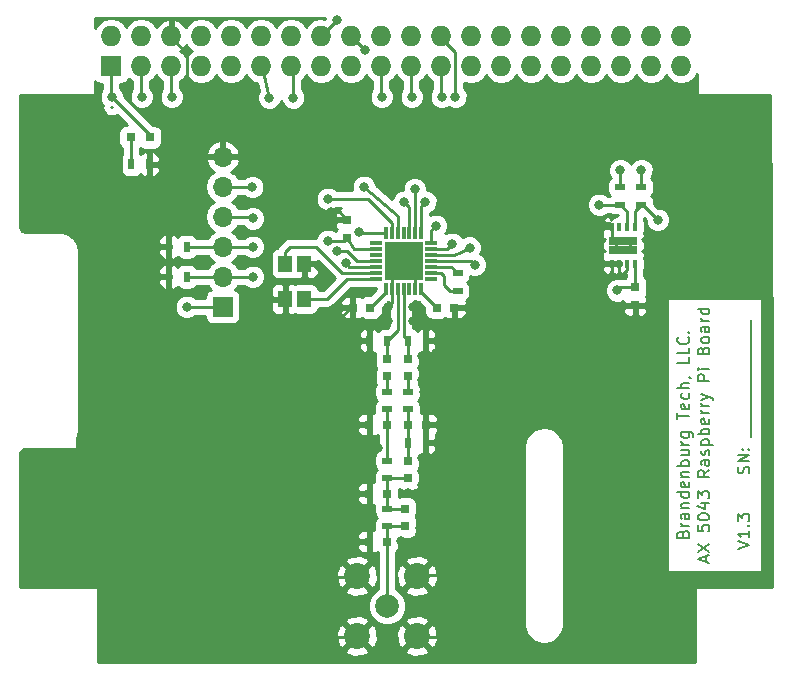
<source format=gtl>
G04 #@! TF.FileFunction,Copper,L1,Top,Signal*
%FSLAX46Y46*%
G04 Gerber Fmt 4.6, Leading zero omitted, Abs format (unit mm)*
G04 Created by KiCad (PCBNEW 4.0.7) date Sat Mar 24 05:53:16 2018*
%MOMM*%
%LPD*%
G01*
G04 APERTURE LIST*
%ADD10C,0.100000*%
%ADD11C,0.200000*%
%ADD12R,0.900000X0.900000*%
%ADD13R,0.300000X1.000000*%
%ADD14R,1.000000X0.300000*%
%ADD15R,3.300000X3.300000*%
%ADD16R,0.800000X0.800000*%
%ADD17R,1.150000X1.400000*%
%ADD18R,0.350000X0.650000*%
%ADD19R,1.200000X0.775000*%
%ADD20R,1.727200X1.727200*%
%ADD21O,1.727200X1.727200*%
%ADD22R,0.800000X0.750000*%
%ADD23R,0.750000X0.800000*%
%ADD24R,0.900000X0.500000*%
%ADD25R,0.500000X0.900000*%
%ADD26C,2.200000*%
%ADD27C,2.000000*%
%ADD28R,1.700000X1.700000*%
%ADD29O,1.700000X1.700000*%
%ADD30C,0.800000*%
%ADD31C,0.250000*%
%ADD32C,0.254000*%
G04 APERTURE END LIST*
D10*
D11*
X100693071Y-82993453D02*
X100740690Y-82850596D01*
X100788310Y-82802977D01*
X100883548Y-82755358D01*
X101026405Y-82755358D01*
X101121643Y-82802977D01*
X101169262Y-82850596D01*
X101216881Y-82945834D01*
X101216881Y-83326787D01*
X100216881Y-83326787D01*
X100216881Y-82993453D01*
X100264500Y-82898215D01*
X100312119Y-82850596D01*
X100407357Y-82802977D01*
X100502595Y-82802977D01*
X100597833Y-82850596D01*
X100645452Y-82898215D01*
X100693071Y-82993453D01*
X100693071Y-83326787D01*
X101216881Y-82326787D02*
X100550214Y-82326787D01*
X100740690Y-82326787D02*
X100645452Y-82279168D01*
X100597833Y-82231549D01*
X100550214Y-82136311D01*
X100550214Y-82041072D01*
X101216881Y-81279167D02*
X100693071Y-81279167D01*
X100597833Y-81326786D01*
X100550214Y-81422024D01*
X100550214Y-81612501D01*
X100597833Y-81707739D01*
X101169262Y-81279167D02*
X101216881Y-81374405D01*
X101216881Y-81612501D01*
X101169262Y-81707739D01*
X101074024Y-81755358D01*
X100978786Y-81755358D01*
X100883548Y-81707739D01*
X100835929Y-81612501D01*
X100835929Y-81374405D01*
X100788310Y-81279167D01*
X100550214Y-80802977D02*
X101216881Y-80802977D01*
X100645452Y-80802977D02*
X100597833Y-80755358D01*
X100550214Y-80660120D01*
X100550214Y-80517262D01*
X100597833Y-80422024D01*
X100693071Y-80374405D01*
X101216881Y-80374405D01*
X101216881Y-79469643D02*
X100216881Y-79469643D01*
X101169262Y-79469643D02*
X101216881Y-79564881D01*
X101216881Y-79755358D01*
X101169262Y-79850596D01*
X101121643Y-79898215D01*
X101026405Y-79945834D01*
X100740690Y-79945834D01*
X100645452Y-79898215D01*
X100597833Y-79850596D01*
X100550214Y-79755358D01*
X100550214Y-79564881D01*
X100597833Y-79469643D01*
X101169262Y-78612500D02*
X101216881Y-78707738D01*
X101216881Y-78898215D01*
X101169262Y-78993453D01*
X101074024Y-79041072D01*
X100693071Y-79041072D01*
X100597833Y-78993453D01*
X100550214Y-78898215D01*
X100550214Y-78707738D01*
X100597833Y-78612500D01*
X100693071Y-78564881D01*
X100788310Y-78564881D01*
X100883548Y-79041072D01*
X100550214Y-78136310D02*
X101216881Y-78136310D01*
X100645452Y-78136310D02*
X100597833Y-78088691D01*
X100550214Y-77993453D01*
X100550214Y-77850595D01*
X100597833Y-77755357D01*
X100693071Y-77707738D01*
X101216881Y-77707738D01*
X101216881Y-77231548D02*
X100216881Y-77231548D01*
X100597833Y-77231548D02*
X100550214Y-77136310D01*
X100550214Y-76945833D01*
X100597833Y-76850595D01*
X100645452Y-76802976D01*
X100740690Y-76755357D01*
X101026405Y-76755357D01*
X101121643Y-76802976D01*
X101169262Y-76850595D01*
X101216881Y-76945833D01*
X101216881Y-77136310D01*
X101169262Y-77231548D01*
X100550214Y-75898214D02*
X101216881Y-75898214D01*
X100550214Y-76326786D02*
X101074024Y-76326786D01*
X101169262Y-76279167D01*
X101216881Y-76183929D01*
X101216881Y-76041071D01*
X101169262Y-75945833D01*
X101121643Y-75898214D01*
X101216881Y-75422024D02*
X100550214Y-75422024D01*
X100740690Y-75422024D02*
X100645452Y-75374405D01*
X100597833Y-75326786D01*
X100550214Y-75231548D01*
X100550214Y-75136309D01*
X100550214Y-74374404D02*
X101359738Y-74374404D01*
X101454976Y-74422023D01*
X101502595Y-74469642D01*
X101550214Y-74564881D01*
X101550214Y-74707738D01*
X101502595Y-74802976D01*
X101169262Y-74374404D02*
X101216881Y-74469642D01*
X101216881Y-74660119D01*
X101169262Y-74755357D01*
X101121643Y-74802976D01*
X101026405Y-74850595D01*
X100740690Y-74850595D01*
X100645452Y-74802976D01*
X100597833Y-74755357D01*
X100550214Y-74660119D01*
X100550214Y-74469642D01*
X100597833Y-74374404D01*
X100216881Y-73279166D02*
X100216881Y-72707737D01*
X101216881Y-72993452D02*
X100216881Y-72993452D01*
X101169262Y-71993451D02*
X101216881Y-72088689D01*
X101216881Y-72279166D01*
X101169262Y-72374404D01*
X101074024Y-72422023D01*
X100693071Y-72422023D01*
X100597833Y-72374404D01*
X100550214Y-72279166D01*
X100550214Y-72088689D01*
X100597833Y-71993451D01*
X100693071Y-71945832D01*
X100788310Y-71945832D01*
X100883548Y-72422023D01*
X101169262Y-71088689D02*
X101216881Y-71183927D01*
X101216881Y-71374404D01*
X101169262Y-71469642D01*
X101121643Y-71517261D01*
X101026405Y-71564880D01*
X100740690Y-71564880D01*
X100645452Y-71517261D01*
X100597833Y-71469642D01*
X100550214Y-71374404D01*
X100550214Y-71183927D01*
X100597833Y-71088689D01*
X101216881Y-70660118D02*
X100216881Y-70660118D01*
X101216881Y-70231546D02*
X100693071Y-70231546D01*
X100597833Y-70279165D01*
X100550214Y-70374403D01*
X100550214Y-70517261D01*
X100597833Y-70612499D01*
X100645452Y-70660118D01*
X101169262Y-69707737D02*
X101216881Y-69707737D01*
X101312119Y-69755356D01*
X101359738Y-69802975D01*
X101216881Y-68041070D02*
X101216881Y-68517261D01*
X100216881Y-68517261D01*
X101216881Y-67231546D02*
X101216881Y-67707737D01*
X100216881Y-67707737D01*
X101121643Y-66326784D02*
X101169262Y-66374403D01*
X101216881Y-66517260D01*
X101216881Y-66612498D01*
X101169262Y-66755356D01*
X101074024Y-66850594D01*
X100978786Y-66898213D01*
X100788310Y-66945832D01*
X100645452Y-66945832D01*
X100454976Y-66898213D01*
X100359738Y-66850594D01*
X100264500Y-66755356D01*
X100216881Y-66612498D01*
X100216881Y-66517260D01*
X100264500Y-66374403D01*
X100312119Y-66326784D01*
X101121643Y-65898213D02*
X101169262Y-65850594D01*
X101216881Y-65898213D01*
X101169262Y-65945832D01*
X101121643Y-65898213D01*
X101216881Y-65898213D01*
X102631167Y-85350597D02*
X102631167Y-84874406D01*
X102916881Y-85445835D02*
X101916881Y-85112502D01*
X102916881Y-84779168D01*
X101916881Y-84541073D02*
X102916881Y-83874406D01*
X101916881Y-83874406D02*
X102916881Y-84541073D01*
X101916881Y-82255358D02*
X101916881Y-82731549D01*
X102393071Y-82779168D01*
X102345452Y-82731549D01*
X102297833Y-82636311D01*
X102297833Y-82398215D01*
X102345452Y-82302977D01*
X102393071Y-82255358D01*
X102488310Y-82207739D01*
X102726405Y-82207739D01*
X102821643Y-82255358D01*
X102869262Y-82302977D01*
X102916881Y-82398215D01*
X102916881Y-82636311D01*
X102869262Y-82731549D01*
X102821643Y-82779168D01*
X101916881Y-81588692D02*
X101916881Y-81493453D01*
X101964500Y-81398215D01*
X102012119Y-81350596D01*
X102107357Y-81302977D01*
X102297833Y-81255358D01*
X102535929Y-81255358D01*
X102726405Y-81302977D01*
X102821643Y-81350596D01*
X102869262Y-81398215D01*
X102916881Y-81493453D01*
X102916881Y-81588692D01*
X102869262Y-81683930D01*
X102821643Y-81731549D01*
X102726405Y-81779168D01*
X102535929Y-81826787D01*
X102297833Y-81826787D01*
X102107357Y-81779168D01*
X102012119Y-81731549D01*
X101964500Y-81683930D01*
X101916881Y-81588692D01*
X102250214Y-80398215D02*
X102916881Y-80398215D01*
X101869262Y-80636311D02*
X102583548Y-80874406D01*
X102583548Y-80255358D01*
X101916881Y-79969644D02*
X101916881Y-79350596D01*
X102297833Y-79683930D01*
X102297833Y-79541072D01*
X102345452Y-79445834D01*
X102393071Y-79398215D01*
X102488310Y-79350596D01*
X102726405Y-79350596D01*
X102821643Y-79398215D01*
X102869262Y-79445834D01*
X102916881Y-79541072D01*
X102916881Y-79826787D01*
X102869262Y-79922025D01*
X102821643Y-79969644D01*
X102916881Y-77588691D02*
X102440690Y-77922025D01*
X102916881Y-78160120D02*
X101916881Y-78160120D01*
X101916881Y-77779167D01*
X101964500Y-77683929D01*
X102012119Y-77636310D01*
X102107357Y-77588691D01*
X102250214Y-77588691D01*
X102345452Y-77636310D01*
X102393071Y-77683929D01*
X102440690Y-77779167D01*
X102440690Y-78160120D01*
X102916881Y-76731548D02*
X102393071Y-76731548D01*
X102297833Y-76779167D01*
X102250214Y-76874405D01*
X102250214Y-77064882D01*
X102297833Y-77160120D01*
X102869262Y-76731548D02*
X102916881Y-76826786D01*
X102916881Y-77064882D01*
X102869262Y-77160120D01*
X102774024Y-77207739D01*
X102678786Y-77207739D01*
X102583548Y-77160120D01*
X102535929Y-77064882D01*
X102535929Y-76826786D01*
X102488310Y-76731548D01*
X102869262Y-76302977D02*
X102916881Y-76207739D01*
X102916881Y-76017263D01*
X102869262Y-75922024D01*
X102774024Y-75874405D01*
X102726405Y-75874405D01*
X102631167Y-75922024D01*
X102583548Y-76017263D01*
X102583548Y-76160120D01*
X102535929Y-76255358D01*
X102440690Y-76302977D01*
X102393071Y-76302977D01*
X102297833Y-76255358D01*
X102250214Y-76160120D01*
X102250214Y-76017263D01*
X102297833Y-75922024D01*
X102250214Y-75445834D02*
X103250214Y-75445834D01*
X102297833Y-75445834D02*
X102250214Y-75350596D01*
X102250214Y-75160119D01*
X102297833Y-75064881D01*
X102345452Y-75017262D01*
X102440690Y-74969643D01*
X102726405Y-74969643D01*
X102821643Y-75017262D01*
X102869262Y-75064881D01*
X102916881Y-75160119D01*
X102916881Y-75350596D01*
X102869262Y-75445834D01*
X102916881Y-74541072D02*
X101916881Y-74541072D01*
X102297833Y-74541072D02*
X102250214Y-74445834D01*
X102250214Y-74255357D01*
X102297833Y-74160119D01*
X102345452Y-74112500D01*
X102440690Y-74064881D01*
X102726405Y-74064881D01*
X102821643Y-74112500D01*
X102869262Y-74160119D01*
X102916881Y-74255357D01*
X102916881Y-74445834D01*
X102869262Y-74541072D01*
X102869262Y-73255357D02*
X102916881Y-73350595D01*
X102916881Y-73541072D01*
X102869262Y-73636310D01*
X102774024Y-73683929D01*
X102393071Y-73683929D01*
X102297833Y-73636310D01*
X102250214Y-73541072D01*
X102250214Y-73350595D01*
X102297833Y-73255357D01*
X102393071Y-73207738D01*
X102488310Y-73207738D01*
X102583548Y-73683929D01*
X102916881Y-72779167D02*
X102250214Y-72779167D01*
X102440690Y-72779167D02*
X102345452Y-72731548D01*
X102297833Y-72683929D01*
X102250214Y-72588691D01*
X102250214Y-72493452D01*
X102916881Y-72160119D02*
X102250214Y-72160119D01*
X102440690Y-72160119D02*
X102345452Y-72112500D01*
X102297833Y-72064881D01*
X102250214Y-71969643D01*
X102250214Y-71874404D01*
X102250214Y-71636309D02*
X102916881Y-71398214D01*
X102250214Y-71160118D02*
X102916881Y-71398214D01*
X103154976Y-71493452D01*
X103202595Y-71541071D01*
X103250214Y-71636309D01*
X102916881Y-70017261D02*
X101916881Y-70017261D01*
X101916881Y-69636308D01*
X101964500Y-69541070D01*
X102012119Y-69493451D01*
X102107357Y-69445832D01*
X102250214Y-69445832D01*
X102345452Y-69493451D01*
X102393071Y-69541070D01*
X102440690Y-69636308D01*
X102440690Y-70017261D01*
X102916881Y-69017261D02*
X102250214Y-69017261D01*
X101916881Y-69017261D02*
X101964500Y-69064880D01*
X102012119Y-69017261D01*
X101964500Y-68969642D01*
X101916881Y-69017261D01*
X102012119Y-69017261D01*
X102393071Y-67445832D02*
X102440690Y-67302975D01*
X102488310Y-67255356D01*
X102583548Y-67207737D01*
X102726405Y-67207737D01*
X102821643Y-67255356D01*
X102869262Y-67302975D01*
X102916881Y-67398213D01*
X102916881Y-67779166D01*
X101916881Y-67779166D01*
X101916881Y-67445832D01*
X101964500Y-67350594D01*
X102012119Y-67302975D01*
X102107357Y-67255356D01*
X102202595Y-67255356D01*
X102297833Y-67302975D01*
X102345452Y-67350594D01*
X102393071Y-67445832D01*
X102393071Y-67779166D01*
X102916881Y-66636309D02*
X102869262Y-66731547D01*
X102821643Y-66779166D01*
X102726405Y-66826785D01*
X102440690Y-66826785D01*
X102345452Y-66779166D01*
X102297833Y-66731547D01*
X102250214Y-66636309D01*
X102250214Y-66493451D01*
X102297833Y-66398213D01*
X102345452Y-66350594D01*
X102440690Y-66302975D01*
X102726405Y-66302975D01*
X102821643Y-66350594D01*
X102869262Y-66398213D01*
X102916881Y-66493451D01*
X102916881Y-66636309D01*
X102916881Y-65445832D02*
X102393071Y-65445832D01*
X102297833Y-65493451D01*
X102250214Y-65588689D01*
X102250214Y-65779166D01*
X102297833Y-65874404D01*
X102869262Y-65445832D02*
X102916881Y-65541070D01*
X102916881Y-65779166D01*
X102869262Y-65874404D01*
X102774024Y-65922023D01*
X102678786Y-65922023D01*
X102583548Y-65874404D01*
X102535929Y-65779166D01*
X102535929Y-65541070D01*
X102488310Y-65445832D01*
X102916881Y-64969642D02*
X102250214Y-64969642D01*
X102440690Y-64969642D02*
X102345452Y-64922023D01*
X102297833Y-64874404D01*
X102250214Y-64779166D01*
X102250214Y-64683927D01*
X102916881Y-63922022D02*
X101916881Y-63922022D01*
X102869262Y-63922022D02*
X102916881Y-64017260D01*
X102916881Y-64207737D01*
X102869262Y-64302975D01*
X102821643Y-64350594D01*
X102726405Y-64398213D01*
X102440690Y-64398213D01*
X102345452Y-64350594D01*
X102297833Y-64302975D01*
X102250214Y-64207737D01*
X102250214Y-64017260D01*
X102297833Y-63922022D01*
X105316881Y-84231549D02*
X106316881Y-83898216D01*
X105316881Y-83564882D01*
X106316881Y-82707739D02*
X106316881Y-83279168D01*
X106316881Y-82993454D02*
X105316881Y-82993454D01*
X105459738Y-83088692D01*
X105554976Y-83183930D01*
X105602595Y-83279168D01*
X106221643Y-82279168D02*
X106269262Y-82231549D01*
X106316881Y-82279168D01*
X106269262Y-82326787D01*
X106221643Y-82279168D01*
X106316881Y-82279168D01*
X105316881Y-81898216D02*
X105316881Y-81279168D01*
X105697833Y-81612502D01*
X105697833Y-81469644D01*
X105745452Y-81374406D01*
X105793071Y-81326787D01*
X105888310Y-81279168D01*
X106126405Y-81279168D01*
X106221643Y-81326787D01*
X106269262Y-81374406D01*
X106316881Y-81469644D01*
X106316881Y-81755359D01*
X106269262Y-81850597D01*
X106221643Y-81898216D01*
X106269262Y-77850596D02*
X106316881Y-77707739D01*
X106316881Y-77469643D01*
X106269262Y-77374405D01*
X106221643Y-77326786D01*
X106126405Y-77279167D01*
X106031167Y-77279167D01*
X105935929Y-77326786D01*
X105888310Y-77374405D01*
X105840690Y-77469643D01*
X105793071Y-77660120D01*
X105745452Y-77755358D01*
X105697833Y-77802977D01*
X105602595Y-77850596D01*
X105507357Y-77850596D01*
X105412119Y-77802977D01*
X105364500Y-77755358D01*
X105316881Y-77660120D01*
X105316881Y-77422024D01*
X105364500Y-77279167D01*
X106316881Y-76850596D02*
X105316881Y-76850596D01*
X106316881Y-76279167D01*
X105316881Y-76279167D01*
X106221643Y-75802977D02*
X106269262Y-75755358D01*
X106316881Y-75802977D01*
X106269262Y-75850596D01*
X106221643Y-75802977D01*
X106316881Y-75802977D01*
X105697833Y-75802977D02*
X105745452Y-75755358D01*
X105793071Y-75802977D01*
X105745452Y-75850596D01*
X105697833Y-75802977D01*
X105793071Y-75802977D01*
X106412119Y-74802977D02*
X106412119Y-74041072D01*
X106412119Y-74041072D02*
X106412119Y-73279167D01*
X106412119Y-73279167D02*
X106412119Y-72517262D01*
X106412119Y-72517262D02*
X106412119Y-71755357D01*
X106412119Y-71755357D02*
X106412119Y-70993452D01*
X106412119Y-70993452D02*
X106412119Y-70231547D01*
X106412119Y-70231547D02*
X106412119Y-69469642D01*
X106412119Y-69469642D02*
X106412119Y-68707737D01*
X106412119Y-68707737D02*
X106412119Y-67945832D01*
X106412119Y-67945832D02*
X106412119Y-67183927D01*
X106412119Y-67183927D02*
X106412119Y-66422022D01*
X106412119Y-66422022D02*
X106412119Y-65660117D01*
X106412119Y-65660117D02*
X106412119Y-64898212D01*
D12*
X77025500Y-59880500D03*
X77025500Y-58801000D03*
X77025500Y-60960000D03*
X78105000Y-58801000D03*
X78105000Y-60960000D03*
X78105000Y-59880500D03*
X75946000Y-58801000D03*
X75946000Y-60960000D03*
D13*
X75525500Y-62230500D03*
X76025500Y-62230500D03*
X76525500Y-62230500D03*
X77025500Y-62230500D03*
X77525500Y-62230500D03*
X78025500Y-62230500D03*
X78525500Y-62230500D03*
D14*
X79375500Y-61380500D03*
X79375500Y-60880500D03*
X79375500Y-60380500D03*
X79375500Y-59880500D03*
X79375500Y-59380500D03*
X79375500Y-58880500D03*
X79375500Y-58380500D03*
D13*
X78525500Y-57530500D03*
X78025500Y-57530500D03*
X77525500Y-57530500D03*
X77025500Y-57530500D03*
X76525500Y-57530500D03*
X76025500Y-57530500D03*
X75525500Y-57530500D03*
D14*
X74675500Y-58380500D03*
X74675500Y-58880500D03*
X74675500Y-59380500D03*
X74675500Y-59880500D03*
X74675500Y-60380500D03*
X74675500Y-60880500D03*
X74675500Y-61380500D03*
D15*
X77025500Y-59880500D03*
D12*
X75946000Y-59880500D03*
D16*
X55537000Y-49403000D03*
X53937000Y-49403000D03*
D17*
X68618000Y-63095000D03*
X68618000Y-60095000D03*
X67018000Y-60095000D03*
X67018000Y-63095000D03*
D18*
X96606000Y-56997000D03*
X95956000Y-56997000D03*
X95306000Y-56997000D03*
X94656000Y-56997000D03*
X94656000Y-60097000D03*
X95306000Y-60097000D03*
X95956000Y-60097000D03*
X96606000Y-60097000D03*
D19*
X95031000Y-58934500D03*
X96231000Y-58934500D03*
X95031000Y-58159500D03*
X96231000Y-58159500D03*
D20*
X52270000Y-43370000D03*
D21*
X52270000Y-40830000D03*
X54810000Y-43370000D03*
X54810000Y-40830000D03*
X57350000Y-43370000D03*
X57350000Y-40830000D03*
X59890000Y-43370000D03*
X59890000Y-40830000D03*
X62430000Y-43370000D03*
X62430000Y-40830000D03*
X64970000Y-43370000D03*
X64970000Y-40830000D03*
X67510000Y-43370000D03*
X67510000Y-40830000D03*
X70050000Y-43370000D03*
X70050000Y-40830000D03*
X72590000Y-43370000D03*
X72590000Y-40830000D03*
X75130000Y-43370000D03*
X75130000Y-40830000D03*
X77670000Y-43370000D03*
X77670000Y-40830000D03*
X80210000Y-43370000D03*
X80210000Y-40830000D03*
X82750000Y-43370000D03*
X82750000Y-40830000D03*
X85290000Y-43370000D03*
X85290000Y-40830000D03*
X87830000Y-43370000D03*
X87830000Y-40830000D03*
X90370000Y-43370000D03*
X90370000Y-40830000D03*
X92910000Y-43370000D03*
X92910000Y-40830000D03*
X95450000Y-43370000D03*
X95450000Y-40830000D03*
X97990000Y-43370000D03*
X97990000Y-40830000D03*
X100530000Y-43370000D03*
X100530000Y-40830000D03*
D22*
X74116500Y-83629500D03*
X75616500Y-83629500D03*
D23*
X77152500Y-82347500D03*
X77152500Y-80847500D03*
D22*
X74116500Y-79565500D03*
X75616500Y-79565500D03*
D23*
X77406500Y-78283500D03*
X77406500Y-76783500D03*
D22*
X74116500Y-73723500D03*
X75616500Y-73723500D03*
X78918500Y-73723500D03*
X77418500Y-73723500D03*
D23*
X75628500Y-69647500D03*
X75628500Y-68147500D03*
X77406500Y-69647500D03*
X77406500Y-68147500D03*
D22*
X72719500Y-63817500D03*
X74219500Y-63817500D03*
X81331500Y-63817500D03*
X79831500Y-63817500D03*
D23*
X72263000Y-56400000D03*
X72263000Y-57900000D03*
X96647000Y-63615000D03*
X96647000Y-62115000D03*
D24*
X75628500Y-80847500D03*
X75628500Y-82347500D03*
X75628500Y-76783500D03*
X75628500Y-78283500D03*
D25*
X78918500Y-75247500D03*
X77418500Y-75247500D03*
D24*
X75628500Y-70941500D03*
X75628500Y-72441500D03*
X77406500Y-70941500D03*
X77406500Y-72441500D03*
D25*
X78918500Y-66611500D03*
X77418500Y-66611500D03*
X74116500Y-66611500D03*
X75616500Y-66611500D03*
D24*
X81597500Y-60908500D03*
X81597500Y-62408500D03*
D26*
X73088500Y-86550500D03*
X78168500Y-86550500D03*
X78168500Y-91630500D03*
X73088500Y-91630500D03*
D27*
X75628500Y-89090500D03*
D28*
X61722000Y-63754000D03*
D29*
X61722000Y-61214000D03*
X61722000Y-58674000D03*
X61722000Y-56134000D03*
X61722000Y-53594000D03*
X61722000Y-51054000D03*
D25*
X58662000Y-61214000D03*
X57162000Y-61214000D03*
X58662000Y-58674000D03*
X57162000Y-58674000D03*
D24*
X97155000Y-53606000D03*
X97155000Y-55106000D03*
X95377000Y-53606000D03*
X95377000Y-55106000D03*
D25*
X53987000Y-51689000D03*
X55487000Y-51689000D03*
D30*
X78613000Y-64960500D03*
X79375000Y-65087500D03*
X80010000Y-66675000D03*
X80010000Y-65786000D03*
X77787500Y-63754000D03*
X77787500Y-64960500D03*
X59055000Y-51054000D03*
X82804000Y-63881000D03*
X72771000Y-79502000D03*
X72898000Y-82486500D03*
X74231500Y-82105500D03*
X74231500Y-80772000D03*
X73152000Y-80708500D03*
X72771000Y-73787000D03*
X73088500Y-78422500D03*
X74104500Y-77597000D03*
X74104500Y-76454000D03*
X74866500Y-75692000D03*
X74295000Y-74930000D03*
X73215500Y-74866500D03*
X72644000Y-66675000D03*
X72961500Y-72771000D03*
X74104500Y-72263000D03*
X74104500Y-71120000D03*
X74358500Y-70040500D03*
X74358500Y-69024500D03*
X74358500Y-68008500D03*
X73152000Y-67754500D03*
X75692000Y-63754000D03*
X73025000Y-65468500D03*
X74485500Y-65278000D03*
X75692000Y-64960500D03*
X80137000Y-75311000D03*
X76835000Y-83566000D03*
X78041500Y-83502500D03*
X78422500Y-82486500D03*
X78422500Y-81343500D03*
X78422500Y-80264000D03*
X77406500Y-79502000D03*
X78613000Y-78803500D03*
X78613000Y-77660500D03*
X78613000Y-76581000D03*
X79883000Y-76390500D03*
X78613000Y-67945000D03*
X79756000Y-67691000D03*
X79692500Y-72517000D03*
X78740000Y-72072500D03*
X78740000Y-70993000D03*
X78613000Y-69977000D03*
X78613000Y-68961000D03*
X93218000Y-56388000D03*
X72771000Y-83566000D03*
X58674000Y-47752000D03*
X55753000Y-58674000D03*
X55499000Y-62103000D03*
X70866000Y-55753000D03*
X65405000Y-63119000D03*
X70231000Y-60960000D03*
X71501000Y-64897000D03*
X94107000Y-61341000D03*
X96647000Y-65024000D03*
X80137000Y-73787000D03*
X81026000Y-91694000D03*
X80899000Y-86487000D03*
X70231000Y-86614000D03*
X70358000Y-91694000D03*
X95123000Y-62357000D03*
X97155000Y-52197000D03*
X95377000Y-52197000D03*
X70612000Y-58166000D03*
X58674000Y-63754000D03*
X52324000Y-45974000D03*
X83058000Y-60198000D03*
X54864000Y-45974000D03*
X57404000Y-45974000D03*
X82613500Y-58737500D03*
X73660000Y-53594000D03*
X65659000Y-46037500D03*
X67690500Y-46038900D03*
X81153000Y-58420000D03*
X98552000Y-56388000D03*
X71374000Y-39497000D03*
X73787000Y-42037000D03*
X93599000Y-55118000D03*
X77089000Y-54864000D03*
X75184000Y-45974000D03*
X77978000Y-53784500D03*
X77724000Y-45974000D03*
X78867000Y-54864000D03*
X80264000Y-45974000D03*
X79756000Y-56896000D03*
X81407000Y-45974000D03*
X64262000Y-61214000D03*
X72136000Y-60071000D03*
X64262000Y-58674000D03*
X71374000Y-59055000D03*
X73279000Y-57404000D03*
X64262000Y-56261000D03*
X64211200Y-53619400D03*
X70612000Y-54610000D03*
D31*
X52270000Y-46821000D02*
X52324000Y-46875000D01*
X78613000Y-64960500D02*
X77787500Y-64960500D01*
X80010000Y-65786000D02*
X80073500Y-65849500D01*
X80073500Y-65849500D02*
X79375000Y-65087500D01*
X80010000Y-66675000D02*
X80010000Y-65786000D01*
X55487000Y-51689000D02*
X58420000Y-51689000D01*
X59055000Y-51054000D02*
X61722000Y-51054000D01*
X58420000Y-51689000D02*
X59055000Y-51054000D01*
X96231000Y-58934500D02*
X96231000Y-58159500D01*
X95031000Y-58159500D02*
X96231000Y-58159500D01*
X95031000Y-58159500D02*
X95031000Y-58934500D01*
X94656000Y-56997000D02*
X94656000Y-57784500D01*
X94656000Y-57784500D02*
X95031000Y-58159500D01*
X81395000Y-63881000D02*
X82804000Y-63881000D01*
X72771000Y-79502000D02*
X72771000Y-80327500D01*
X74053000Y-79502000D02*
X72771000Y-79502000D01*
X74231500Y-80772000D02*
X74231500Y-82105500D01*
X72771000Y-80327500D02*
X73152000Y-80708500D01*
X72771000Y-73787000D02*
X72771000Y-74422000D01*
X74053000Y-73787000D02*
X72771000Y-73787000D01*
X74104500Y-76454000D02*
X74104500Y-77597000D01*
X74295000Y-75057000D02*
X74866500Y-75692000D01*
X74295000Y-74930000D02*
X74295000Y-75057000D01*
X72771000Y-74422000D02*
X73215500Y-74866500D01*
X72707500Y-66611500D02*
X72644000Y-66675000D01*
X74116500Y-66611500D02*
X72707500Y-66611500D01*
X74104500Y-71120000D02*
X74104500Y-72263000D01*
X74358500Y-69024500D02*
X74358500Y-70040500D01*
X73406000Y-68008500D02*
X74358500Y-68008500D01*
X73152000Y-67754500D02*
X73406000Y-68008500D01*
X75692000Y-63754000D02*
X75692000Y-64960500D01*
X76025500Y-63420500D02*
X75692000Y-63754000D01*
X76025500Y-62230500D02*
X76025500Y-63420500D01*
X73215500Y-65278000D02*
X73025000Y-65468500D01*
X74485500Y-65278000D02*
X73215500Y-65278000D01*
X80137000Y-75311000D02*
X80137000Y-76136500D01*
X78982000Y-75311000D02*
X80137000Y-75311000D01*
X78422500Y-83121500D02*
X78041500Y-83502500D01*
X78422500Y-82486500D02*
X78422500Y-83121500D01*
X78422500Y-80264000D02*
X78422500Y-81343500D01*
X77914500Y-79502000D02*
X77406500Y-79502000D01*
X78613000Y-78803500D02*
X77914500Y-79502000D01*
X78613000Y-76581000D02*
X78613000Y-77660500D01*
X80137000Y-76136500D02*
X79883000Y-76390500D01*
X80010000Y-66675000D02*
X80010000Y-67437000D01*
X78982000Y-66675000D02*
X80010000Y-66675000D01*
X80010000Y-67437000D02*
X79756000Y-67691000D01*
X78740000Y-70993000D02*
X78740000Y-72072500D01*
X78613000Y-68961000D02*
X78613000Y-69977000D01*
X94656000Y-56997000D02*
X94656000Y-56746500D01*
X94656000Y-56746500D02*
X93218000Y-56388000D01*
X72771000Y-83566000D02*
X74053000Y-83566000D01*
X78025500Y-62230500D02*
X78025500Y-60880500D01*
X78025500Y-60880500D02*
X77025500Y-59880500D01*
X76025500Y-62230500D02*
X76025500Y-60880500D01*
X76025500Y-60880500D02*
X77025500Y-59880500D01*
X57350000Y-40830000D02*
X57350000Y-40967000D01*
X57350000Y-40967000D02*
X58674000Y-42291000D01*
X58674000Y-42291000D02*
X58674000Y-47752000D01*
X57162000Y-58674000D02*
X55753000Y-58674000D01*
X57162000Y-61214000D02*
X56388000Y-61214000D01*
X56388000Y-61214000D02*
X55499000Y-62103000D01*
X72263000Y-56400000D02*
X71616000Y-55753000D01*
X71616000Y-55753000D02*
X70866000Y-55753000D01*
X67018000Y-63095000D02*
X65429000Y-63095000D01*
X65429000Y-63095000D02*
X65405000Y-63119000D01*
X68618000Y-60095000D02*
X69366000Y-60095000D01*
X69366000Y-60095000D02*
X70231000Y-60960000D01*
X72719500Y-63817500D02*
X72580500Y-63817500D01*
X72580500Y-63817500D02*
X71501000Y-64897000D01*
X94656000Y-61128000D02*
X94320000Y-61128000D01*
X94320000Y-61128000D02*
X94107000Y-61341000D01*
X95306000Y-60097000D02*
X95306000Y-61285000D01*
X95306000Y-61285000D02*
X95250000Y-61341000D01*
X95250000Y-61341000D02*
X94869000Y-61341000D01*
X94869000Y-61341000D02*
X94656000Y-61128000D01*
X94656000Y-61128000D02*
X94656000Y-60097000D01*
X95956000Y-60097000D02*
X95956000Y-60635000D01*
X95956000Y-60635000D02*
X95250000Y-61341000D01*
X96647000Y-63615000D02*
X96647000Y-65024000D01*
X81331500Y-63817500D02*
X81395000Y-63881000D01*
X78918500Y-66611500D02*
X78982000Y-66675000D01*
X78918500Y-73723500D02*
X78982000Y-73787000D01*
X78982000Y-73787000D02*
X80137000Y-73787000D01*
X78918500Y-75247500D02*
X78982000Y-75311000D01*
X74116500Y-73723500D02*
X74053000Y-73787000D01*
X74116500Y-79565500D02*
X74053000Y-79502000D01*
X74116500Y-83629500D02*
X74053000Y-83566000D01*
X78168500Y-91630500D02*
X78232000Y-91694000D01*
X78232000Y-91694000D02*
X81026000Y-91694000D01*
X78168500Y-86550500D02*
X78232000Y-86487000D01*
X78232000Y-86487000D02*
X80899000Y-86487000D01*
X73088500Y-86550500D02*
X73025000Y-86614000D01*
X73025000Y-86614000D02*
X70231000Y-86614000D01*
X73088500Y-91630500D02*
X73025000Y-91694000D01*
X73025000Y-91694000D02*
X70358000Y-91694000D01*
X75628500Y-89090500D02*
X75628500Y-83641500D01*
X75628500Y-83641500D02*
X75628500Y-82347500D01*
X75628500Y-82347500D02*
X77152500Y-82347500D01*
X75628500Y-80847500D02*
X75628500Y-79577500D01*
X75628500Y-79577500D02*
X75628500Y-78283500D01*
X77152500Y-80847500D02*
X75628500Y-80847500D01*
X75628500Y-80847500D02*
X75616500Y-80835500D01*
X75616500Y-78295500D02*
X75628500Y-78283500D01*
X75628500Y-78283500D02*
X77406500Y-78283500D01*
X77406500Y-72441500D02*
X77406500Y-73711500D01*
X77406500Y-73711500D02*
X77418500Y-73723500D01*
X77418500Y-73723500D02*
X77418500Y-75247500D01*
X77406500Y-76783500D02*
X77406500Y-75259500D01*
X77406500Y-75259500D02*
X77418500Y-75247500D01*
X77418500Y-72453500D02*
X77406500Y-72441500D01*
X75628500Y-76783500D02*
X75628500Y-73735500D01*
X75628500Y-73735500D02*
X75628500Y-72441500D01*
X75628500Y-70941500D02*
X75628500Y-69647500D01*
X76525500Y-62230500D02*
X76525500Y-65702500D01*
X76525500Y-65702500D02*
X75616500Y-66611500D01*
X75628500Y-68147500D02*
X75628500Y-66623500D01*
X75628500Y-66623500D02*
X75616500Y-66611500D01*
X77406500Y-70941500D02*
X77406500Y-69647500D01*
X77418500Y-66611500D02*
X77025500Y-66218500D01*
X77025500Y-66218500D02*
X77025500Y-62230500D01*
X77406500Y-68147500D02*
X77406500Y-66623500D01*
X77406500Y-66623500D02*
X77418500Y-66611500D01*
X75525500Y-62230500D02*
X75525500Y-62511500D01*
X75525500Y-62511500D02*
X74219500Y-63817500D01*
X78525500Y-62230500D02*
X78525500Y-62511500D01*
X78525500Y-62511500D02*
X79831500Y-63817500D01*
X55537000Y-49403000D02*
X55537000Y-49187000D01*
X55537000Y-49187000D02*
X52324000Y-45974000D01*
X96647000Y-62115000D02*
X95365000Y-62115000D01*
X95365000Y-62115000D02*
X95123000Y-62357000D01*
X97155000Y-52197000D02*
X97155000Y-53606000D01*
X95377000Y-52197000D02*
X95377000Y-53606000D01*
X72263000Y-57900000D02*
X71997000Y-58166000D01*
X71997000Y-58166000D02*
X70612000Y-58166000D01*
X52270000Y-43370000D02*
X52270000Y-45920000D01*
X58674000Y-63754000D02*
X61722000Y-63754000D01*
X52270000Y-45920000D02*
X52324000Y-45974000D01*
X74675500Y-58880500D02*
X72862500Y-58880500D01*
X72862500Y-58880500D02*
X72263000Y-57900000D01*
X96606000Y-60097000D02*
X96606000Y-62074000D01*
X96606000Y-62074000D02*
X96647000Y-62115000D01*
X79375500Y-60380500D02*
X81069500Y-60380500D01*
X81069500Y-60380500D02*
X81597500Y-60908500D01*
X79375500Y-60880500D02*
X80184500Y-60880500D01*
X80950500Y-62408500D02*
X81597500Y-62408500D01*
X80454500Y-61912500D02*
X80950500Y-62408500D01*
X80454500Y-61150500D02*
X80454500Y-61912500D01*
X80184500Y-60880500D02*
X80454500Y-61150500D01*
X54810000Y-43370000D02*
X54810000Y-45920000D01*
X82740500Y-59880500D02*
X79375500Y-59880500D01*
X83058000Y-60198000D02*
X82740500Y-59880500D01*
X54810000Y-45920000D02*
X54864000Y-45974000D01*
X57350000Y-43370000D02*
X57350000Y-45920000D01*
X57350000Y-45920000D02*
X57404000Y-45974000D01*
X82613500Y-58737500D02*
X81335500Y-59380500D01*
X81335500Y-59380500D02*
X79375500Y-59380500D01*
X73660000Y-53594000D02*
X76581000Y-56057800D01*
X64970000Y-43370000D02*
X65024000Y-43424000D01*
X65024000Y-43424000D02*
X65659000Y-46037500D01*
X76581000Y-56057800D02*
X76525500Y-57530500D01*
X79375500Y-58880500D02*
X80692500Y-58880500D01*
X81153000Y-58420000D02*
X80692500Y-58880500D01*
X67690500Y-46038900D02*
X67690500Y-43550500D01*
X67690500Y-43550500D02*
X67510000Y-43370000D01*
X67510000Y-43370000D02*
X67564000Y-43424000D01*
X70050000Y-40830000D02*
X70050000Y-40821000D01*
X70050000Y-40821000D02*
X71374000Y-39497000D01*
X98552000Y-56388000D02*
X97270000Y-55106000D01*
X97270000Y-55106000D02*
X97155000Y-55106000D01*
X97155000Y-55106000D02*
X96606000Y-55655000D01*
X96606000Y-55655000D02*
X96606000Y-56997000D01*
X72590000Y-40830000D02*
X72590000Y-40840000D01*
X72590000Y-40840000D02*
X73787000Y-42037000D01*
X93599000Y-55118000D02*
X93611000Y-55106000D01*
X93611000Y-55106000D02*
X95377000Y-55106000D01*
X95377000Y-55106000D02*
X95956000Y-55685000D01*
X95956000Y-55685000D02*
X95956000Y-56997000D01*
X75130000Y-43370000D02*
X75130000Y-45920000D01*
X77525500Y-55300500D02*
X77525500Y-57530500D01*
X77089000Y-54864000D02*
X77525500Y-55300500D01*
X75130000Y-45920000D02*
X75184000Y-45974000D01*
X77670000Y-43370000D02*
X77670000Y-45920000D01*
X78025500Y-53832000D02*
X78025500Y-57530500D01*
X77978000Y-53784500D02*
X78025500Y-53832000D01*
X77670000Y-45920000D02*
X77724000Y-45974000D01*
X80210000Y-43370000D02*
X80210000Y-45920000D01*
X78525500Y-55205500D02*
X78525500Y-57530500D01*
X78867000Y-54864000D02*
X78525500Y-55205500D01*
X80210000Y-45920000D02*
X80264000Y-45974000D01*
X81407000Y-42164000D02*
X81407000Y-45974000D01*
X79375500Y-58380500D02*
X79375500Y-57276500D01*
X79756000Y-56896000D02*
X79375500Y-57276500D01*
X81407000Y-42164000D02*
X80210000Y-40967000D01*
X80210000Y-40830000D02*
X80210000Y-40967000D01*
X58662000Y-61214000D02*
X61722000Y-61214000D01*
X61722000Y-61214000D02*
X64262000Y-61214000D01*
X72136000Y-60071000D02*
X72445500Y-60380500D01*
X72445500Y-60380500D02*
X74675500Y-60380500D01*
X58662000Y-58674000D02*
X61722000Y-58674000D01*
X61722000Y-58674000D02*
X64262000Y-58674000D01*
X71374000Y-59055000D02*
X72263000Y-59055000D01*
X72263000Y-59055000D02*
X73088500Y-59880500D01*
X73088500Y-59880500D02*
X74675500Y-59880500D01*
X61722000Y-56134000D02*
X64135000Y-56134000D01*
X73405500Y-57530500D02*
X75525500Y-57530500D01*
X73279000Y-57404000D02*
X73405500Y-57530500D01*
X64135000Y-56134000D02*
X64262000Y-56261000D01*
X76025500Y-57530500D02*
X76025500Y-56645300D01*
X64211200Y-53619400D02*
X61747400Y-53619400D01*
X70637400Y-54635400D02*
X70612000Y-54610000D01*
X73990200Y-54610000D02*
X70637400Y-54635400D01*
X76025500Y-56645300D02*
X73990200Y-54610000D01*
X61747400Y-53619400D02*
X61722000Y-53594000D01*
X74675500Y-60880500D02*
X71802500Y-60880500D01*
X67018000Y-59093000D02*
X67018000Y-60095000D01*
X67437000Y-58674000D02*
X67018000Y-59093000D01*
X69596000Y-58674000D02*
X67437000Y-58674000D01*
X71802500Y-60880500D02*
X69596000Y-58674000D01*
X74675500Y-61380500D02*
X72223500Y-61380500D01*
X70509000Y-63095000D02*
X68618000Y-63095000D01*
X72223500Y-61380500D02*
X70509000Y-63095000D01*
X53987000Y-51689000D02*
X53987000Y-49453000D01*
X53987000Y-49453000D02*
X53937000Y-49403000D01*
D32*
G36*
X101854000Y-45720000D02*
X101864006Y-45769410D01*
X101892447Y-45811035D01*
X101934841Y-45838315D01*
X101981000Y-45847000D01*
X108077767Y-45847000D01*
X108215000Y-68490410D01*
X108215000Y-87503000D01*
X101854000Y-87503000D01*
X101804590Y-87513006D01*
X101762965Y-87541447D01*
X101735685Y-87583841D01*
X101727000Y-87630000D01*
X101727000Y-93853000D01*
X51181000Y-93853000D01*
X51181000Y-92855368D01*
X72043237Y-92855368D01*
X72154141Y-93132599D01*
X72800093Y-93375823D01*
X73489953Y-93353336D01*
X74022859Y-93132599D01*
X74133763Y-92855368D01*
X77123237Y-92855368D01*
X77234141Y-93132599D01*
X77880093Y-93375823D01*
X78569953Y-93353336D01*
X79102859Y-93132599D01*
X79213763Y-92855368D01*
X78168500Y-91810105D01*
X77123237Y-92855368D01*
X74133763Y-92855368D01*
X73088500Y-91810105D01*
X72043237Y-92855368D01*
X51181000Y-92855368D01*
X51181000Y-91342093D01*
X71343177Y-91342093D01*
X71365664Y-92031953D01*
X71586401Y-92564859D01*
X71863632Y-92675763D01*
X72908895Y-91630500D01*
X73268105Y-91630500D01*
X74313368Y-92675763D01*
X74590599Y-92564859D01*
X74833823Y-91918907D01*
X74815021Y-91342093D01*
X76423177Y-91342093D01*
X76445664Y-92031953D01*
X76666401Y-92564859D01*
X76943632Y-92675763D01*
X77988895Y-91630500D01*
X78348105Y-91630500D01*
X79393368Y-92675763D01*
X79670599Y-92564859D01*
X79913823Y-91918907D01*
X79891336Y-91229047D01*
X79670599Y-90696141D01*
X79393368Y-90585237D01*
X78348105Y-91630500D01*
X77988895Y-91630500D01*
X76943632Y-90585237D01*
X76666401Y-90696141D01*
X76423177Y-91342093D01*
X74815021Y-91342093D01*
X74811336Y-91229047D01*
X74590599Y-90696141D01*
X74313368Y-90585237D01*
X73268105Y-91630500D01*
X72908895Y-91630500D01*
X71863632Y-90585237D01*
X71586401Y-90696141D01*
X71343177Y-91342093D01*
X51181000Y-91342093D01*
X51181000Y-90405632D01*
X72043237Y-90405632D01*
X73088500Y-91450895D01*
X74133763Y-90405632D01*
X74022859Y-90128401D01*
X73376907Y-89885177D01*
X72687047Y-89907664D01*
X72154141Y-90128401D01*
X72043237Y-90405632D01*
X51181000Y-90405632D01*
X51181000Y-87775368D01*
X72043237Y-87775368D01*
X72154141Y-88052599D01*
X72800093Y-88295823D01*
X73489953Y-88273336D01*
X74022859Y-88052599D01*
X74133763Y-87775368D01*
X73088500Y-86730105D01*
X72043237Y-87775368D01*
X51181000Y-87775368D01*
X51181000Y-87630000D01*
X51170994Y-87580590D01*
X51142553Y-87538965D01*
X51100159Y-87511685D01*
X51054000Y-87503000D01*
X44585000Y-87503000D01*
X44585000Y-86262093D01*
X71343177Y-86262093D01*
X71365664Y-86951953D01*
X71586401Y-87484859D01*
X71863632Y-87595763D01*
X72908895Y-86550500D01*
X73268105Y-86550500D01*
X74313368Y-87595763D01*
X74590599Y-87484859D01*
X74833823Y-86838907D01*
X74811336Y-86149047D01*
X74590599Y-85616141D01*
X74313368Y-85505237D01*
X73268105Y-86550500D01*
X72908895Y-86550500D01*
X71863632Y-85505237D01*
X71586401Y-85616141D01*
X71343177Y-86262093D01*
X44585000Y-86262093D01*
X44585000Y-85325632D01*
X72043237Y-85325632D01*
X73088500Y-86370895D01*
X74133763Y-85325632D01*
X74022859Y-85048401D01*
X73376907Y-84805177D01*
X72687047Y-84827664D01*
X72154141Y-85048401D01*
X72043237Y-85325632D01*
X44585000Y-85325632D01*
X44585000Y-83915250D01*
X73081500Y-83915250D01*
X73081500Y-84130810D01*
X73178173Y-84364199D01*
X73356802Y-84542827D01*
X73590191Y-84639500D01*
X73830750Y-84639500D01*
X73989500Y-84480750D01*
X73989500Y-83756500D01*
X73240250Y-83756500D01*
X73081500Y-83915250D01*
X44585000Y-83915250D01*
X44585000Y-83128190D01*
X73081500Y-83128190D01*
X73081500Y-83343750D01*
X73240250Y-83502500D01*
X73989500Y-83502500D01*
X73989500Y-82778250D01*
X73830750Y-82619500D01*
X73590191Y-82619500D01*
X73356802Y-82716173D01*
X73178173Y-82894801D01*
X73081500Y-83128190D01*
X44585000Y-83128190D01*
X44585000Y-79851250D01*
X73081500Y-79851250D01*
X73081500Y-80066810D01*
X73178173Y-80300199D01*
X73356802Y-80478827D01*
X73590191Y-80575500D01*
X73830750Y-80575500D01*
X73989500Y-80416750D01*
X73989500Y-79692500D01*
X73240250Y-79692500D01*
X73081500Y-79851250D01*
X44585000Y-79851250D01*
X44585000Y-79064190D01*
X73081500Y-79064190D01*
X73081500Y-79279750D01*
X73240250Y-79438500D01*
X73989500Y-79438500D01*
X73989500Y-78714250D01*
X73830750Y-78555500D01*
X73590191Y-78555500D01*
X73356802Y-78652173D01*
X73178173Y-78830801D01*
X73081500Y-79064190D01*
X44585000Y-79064190D01*
X44585000Y-76167466D01*
X44621376Y-75984591D01*
X44621625Y-75984218D01*
X44869452Y-75819000D01*
X49276000Y-75819000D01*
X49325410Y-75808994D01*
X49367035Y-75780553D01*
X49394315Y-75738159D01*
X49403000Y-75692000D01*
X49403000Y-74840162D01*
X49447180Y-74733500D01*
X49495718Y-74616319D01*
X49571838Y-74233636D01*
X49571838Y-74166170D01*
X49585000Y-74100000D01*
X49585000Y-74009250D01*
X73081500Y-74009250D01*
X73081500Y-74224810D01*
X73178173Y-74458199D01*
X73356802Y-74636827D01*
X73590191Y-74733500D01*
X73830750Y-74733500D01*
X73989500Y-74574750D01*
X73989500Y-73850500D01*
X73240250Y-73850500D01*
X73081500Y-74009250D01*
X49585000Y-74009250D01*
X49585000Y-73222190D01*
X73081500Y-73222190D01*
X73081500Y-73437750D01*
X73240250Y-73596500D01*
X73989500Y-73596500D01*
X73989500Y-72872250D01*
X73830750Y-72713500D01*
X73590191Y-72713500D01*
X73356802Y-72810173D01*
X73178173Y-72988801D01*
X73081500Y-73222190D01*
X49585000Y-73222190D01*
X49585000Y-66897250D01*
X73231500Y-66897250D01*
X73231500Y-67187810D01*
X73328173Y-67421199D01*
X73506802Y-67599827D01*
X73740191Y-67696500D01*
X73832750Y-67696500D01*
X73991500Y-67537750D01*
X73991500Y-66738500D01*
X73390250Y-66738500D01*
X73231500Y-66897250D01*
X49585000Y-66897250D01*
X49585000Y-66035190D01*
X73231500Y-66035190D01*
X73231500Y-66325750D01*
X73390250Y-66484500D01*
X73991500Y-66484500D01*
X73991500Y-65685250D01*
X73832750Y-65526500D01*
X73740191Y-65526500D01*
X73506802Y-65623173D01*
X73328173Y-65801801D01*
X73231500Y-66035190D01*
X49585000Y-66035190D01*
X49585000Y-61499750D01*
X56277000Y-61499750D01*
X56277000Y-61790310D01*
X56373673Y-62023699D01*
X56552302Y-62202327D01*
X56785691Y-62299000D01*
X56878250Y-62299000D01*
X57037000Y-62140250D01*
X57037000Y-61341000D01*
X56435750Y-61341000D01*
X56277000Y-61499750D01*
X49585000Y-61499750D01*
X49585000Y-60637690D01*
X56277000Y-60637690D01*
X56277000Y-60928250D01*
X56435750Y-61087000D01*
X57037000Y-61087000D01*
X57037000Y-60287750D01*
X56878250Y-60129000D01*
X56785691Y-60129000D01*
X56552302Y-60225673D01*
X56373673Y-60404301D01*
X56277000Y-60637690D01*
X49585000Y-60637690D01*
X49585000Y-59100000D01*
X49571838Y-59033830D01*
X49571838Y-58966364D01*
X49570523Y-58959750D01*
X56277000Y-58959750D01*
X56277000Y-59250310D01*
X56373673Y-59483699D01*
X56552302Y-59662327D01*
X56785691Y-59759000D01*
X56878250Y-59759000D01*
X57037000Y-59600250D01*
X57037000Y-58801000D01*
X56435750Y-58801000D01*
X56277000Y-58959750D01*
X49570523Y-58959750D01*
X49495718Y-58583681D01*
X49407611Y-58370971D01*
X49393437Y-58336751D01*
X49233702Y-58097690D01*
X56277000Y-58097690D01*
X56277000Y-58388250D01*
X56435750Y-58547000D01*
X57037000Y-58547000D01*
X57037000Y-57747750D01*
X57287000Y-57747750D01*
X57287000Y-58547000D01*
X57309000Y-58547000D01*
X57309000Y-58801000D01*
X57287000Y-58801000D01*
X57287000Y-59600250D01*
X57445750Y-59759000D01*
X57538309Y-59759000D01*
X57771698Y-59662327D01*
X57912936Y-59521090D01*
X57947910Y-59575441D01*
X58160110Y-59720431D01*
X58412000Y-59771440D01*
X58912000Y-59771440D01*
X59147317Y-59727162D01*
X59363441Y-59588090D01*
X59468726Y-59434000D01*
X60449046Y-59434000D01*
X60642853Y-59724054D01*
X60972026Y-59944000D01*
X60642853Y-60163946D01*
X60449046Y-60454000D01*
X59467105Y-60454000D01*
X59376090Y-60312559D01*
X59163890Y-60167569D01*
X58912000Y-60116560D01*
X58412000Y-60116560D01*
X58176683Y-60160838D01*
X57960559Y-60299910D01*
X57914031Y-60368006D01*
X57771698Y-60225673D01*
X57538309Y-60129000D01*
X57445750Y-60129000D01*
X57287000Y-60287750D01*
X57287000Y-61087000D01*
X57309000Y-61087000D01*
X57309000Y-61341000D01*
X57287000Y-61341000D01*
X57287000Y-62140250D01*
X57445750Y-62299000D01*
X57538309Y-62299000D01*
X57771698Y-62202327D01*
X57912936Y-62061090D01*
X57947910Y-62115441D01*
X58160110Y-62260431D01*
X58412000Y-62311440D01*
X58912000Y-62311440D01*
X59147317Y-62267162D01*
X59363441Y-62128090D01*
X59468726Y-61974000D01*
X60449046Y-61974000D01*
X60642853Y-62264054D01*
X60684452Y-62291850D01*
X60636683Y-62300838D01*
X60420559Y-62439910D01*
X60275569Y-62652110D01*
X60224560Y-62904000D01*
X60224560Y-62994000D01*
X59377761Y-62994000D01*
X59261046Y-62877081D01*
X58880777Y-62719180D01*
X58469029Y-62718821D01*
X58088485Y-62876058D01*
X57797081Y-63166954D01*
X57639180Y-63547223D01*
X57638821Y-63958971D01*
X57796058Y-64339515D01*
X58086954Y-64630919D01*
X58467223Y-64788820D01*
X58878971Y-64789179D01*
X59259515Y-64631942D01*
X59377663Y-64514000D01*
X60224560Y-64514000D01*
X60224560Y-64604000D01*
X60268838Y-64839317D01*
X60407910Y-65055441D01*
X60620110Y-65200431D01*
X60872000Y-65251440D01*
X62572000Y-65251440D01*
X62807317Y-65207162D01*
X63023441Y-65068090D01*
X63168431Y-64855890D01*
X63219440Y-64604000D01*
X63219440Y-63380750D01*
X65808000Y-63380750D01*
X65808000Y-63921309D01*
X65904673Y-64154698D01*
X66083301Y-64333327D01*
X66316690Y-64430000D01*
X66732250Y-64430000D01*
X66891000Y-64271250D01*
X66891000Y-63222000D01*
X65966750Y-63222000D01*
X65808000Y-63380750D01*
X63219440Y-63380750D01*
X63219440Y-62904000D01*
X63175162Y-62668683D01*
X63036090Y-62452559D01*
X62823890Y-62307569D01*
X62756459Y-62293914D01*
X62794207Y-62268691D01*
X65808000Y-62268691D01*
X65808000Y-62809250D01*
X65966750Y-62968000D01*
X66891000Y-62968000D01*
X66891000Y-61918750D01*
X66732250Y-61760000D01*
X66316690Y-61760000D01*
X66083301Y-61856673D01*
X65904673Y-62035302D01*
X65808000Y-62268691D01*
X62794207Y-62268691D01*
X62801147Y-62264054D01*
X62994954Y-61974000D01*
X63558239Y-61974000D01*
X63674954Y-62090919D01*
X64055223Y-62248820D01*
X64466971Y-62249179D01*
X64847515Y-62091942D01*
X65138919Y-61801046D01*
X65296820Y-61420777D01*
X65297179Y-61009029D01*
X65139942Y-60628485D01*
X64849046Y-60337081D01*
X64468777Y-60179180D01*
X64057029Y-60178821D01*
X63676485Y-60336058D01*
X63558337Y-60454000D01*
X62994954Y-60454000D01*
X62801147Y-60163946D01*
X62471974Y-59944000D01*
X62801147Y-59724054D01*
X62994954Y-59434000D01*
X63558239Y-59434000D01*
X63674954Y-59550919D01*
X64055223Y-59708820D01*
X64466971Y-59709179D01*
X64847515Y-59551942D01*
X65004731Y-59395000D01*
X65795560Y-59395000D01*
X65795560Y-60795000D01*
X65839838Y-61030317D01*
X65978910Y-61246441D01*
X66191110Y-61391431D01*
X66443000Y-61442440D01*
X67593000Y-61442440D01*
X67828317Y-61398162D01*
X67832824Y-61395262D01*
X67916690Y-61430000D01*
X68332250Y-61430000D01*
X68491000Y-61271250D01*
X68491000Y-60222000D01*
X68745000Y-60222000D01*
X68745000Y-61271250D01*
X68903750Y-61430000D01*
X69319310Y-61430000D01*
X69552699Y-61333327D01*
X69731327Y-61154698D01*
X69828000Y-60921309D01*
X69828000Y-60380750D01*
X69669250Y-60222000D01*
X68745000Y-60222000D01*
X68491000Y-60222000D01*
X68471000Y-60222000D01*
X68471000Y-59968000D01*
X68491000Y-59968000D01*
X68491000Y-59948000D01*
X68745000Y-59948000D01*
X68745000Y-59968000D01*
X69669250Y-59968000D01*
X69742224Y-59895026D01*
X71188198Y-61341000D01*
X70194198Y-62335000D01*
X69829150Y-62335000D01*
X69796162Y-62159683D01*
X69657090Y-61943559D01*
X69444890Y-61798569D01*
X69193000Y-61747560D01*
X68043000Y-61747560D01*
X67807683Y-61791838D01*
X67803176Y-61794738D01*
X67719310Y-61760000D01*
X67303750Y-61760000D01*
X67145000Y-61918750D01*
X67145000Y-62968000D01*
X67165000Y-62968000D01*
X67165000Y-63222000D01*
X67145000Y-63222000D01*
X67145000Y-64271250D01*
X67303750Y-64430000D01*
X67719310Y-64430000D01*
X67805425Y-64394330D01*
X68043000Y-64442440D01*
X69193000Y-64442440D01*
X69428317Y-64398162D01*
X69644441Y-64259090D01*
X69750921Y-64103250D01*
X71684500Y-64103250D01*
X71684500Y-64318810D01*
X71781173Y-64552199D01*
X71959802Y-64730827D01*
X72193191Y-64827500D01*
X72433750Y-64827500D01*
X72592500Y-64668750D01*
X72592500Y-63944500D01*
X71843250Y-63944500D01*
X71684500Y-64103250D01*
X69750921Y-64103250D01*
X69789431Y-64046890D01*
X69828290Y-63855000D01*
X70509000Y-63855000D01*
X70799839Y-63797148D01*
X71046401Y-63632401D01*
X71362612Y-63316190D01*
X71684500Y-63316190D01*
X71684500Y-63531750D01*
X71843250Y-63690500D01*
X72592500Y-63690500D01*
X72592500Y-62966250D01*
X72433750Y-62807500D01*
X72193191Y-62807500D01*
X71959802Y-62904173D01*
X71781173Y-63082801D01*
X71684500Y-63316190D01*
X71362612Y-63316190D01*
X72538302Y-62140500D01*
X73990616Y-62140500D01*
X74175500Y-62177940D01*
X74728060Y-62177940D01*
X74728060Y-62234138D01*
X74167138Y-62795060D01*
X73819500Y-62795060D01*
X73584183Y-62839338D01*
X73480854Y-62905829D01*
X73479198Y-62904173D01*
X73245809Y-62807500D01*
X73005250Y-62807500D01*
X72846500Y-62966250D01*
X72846500Y-63690500D01*
X72866500Y-63690500D01*
X72866500Y-63944500D01*
X72846500Y-63944500D01*
X72846500Y-64668750D01*
X73005250Y-64827500D01*
X73245809Y-64827500D01*
X73479198Y-64730827D01*
X73480568Y-64729457D01*
X73567610Y-64788931D01*
X73819500Y-64839940D01*
X74619500Y-64839940D01*
X74854817Y-64795662D01*
X75070941Y-64656590D01*
X75215931Y-64444390D01*
X75266940Y-64192500D01*
X75266940Y-63844862D01*
X75747148Y-63364654D01*
X75749191Y-63365500D01*
X75765500Y-63365500D01*
X75765500Y-65387698D01*
X75639138Y-65514060D01*
X75366500Y-65514060D01*
X75131183Y-65558338D01*
X74915059Y-65697410D01*
X74868531Y-65765506D01*
X74726198Y-65623173D01*
X74492809Y-65526500D01*
X74400250Y-65526500D01*
X74241500Y-65685250D01*
X74241500Y-66484500D01*
X74263500Y-66484500D01*
X74263500Y-66738500D01*
X74241500Y-66738500D01*
X74241500Y-67537750D01*
X74400250Y-67696500D01*
X74492809Y-67696500D01*
X74627703Y-67640625D01*
X74606060Y-67747500D01*
X74606060Y-68547500D01*
X74650338Y-68782817D01*
X74724120Y-68897478D01*
X74657069Y-68995610D01*
X74606060Y-69247500D01*
X74606060Y-70047500D01*
X74650338Y-70282817D01*
X74669187Y-70312109D01*
X74582069Y-70439610D01*
X74531060Y-70691500D01*
X74531060Y-71191500D01*
X74575338Y-71426817D01*
X74714410Y-71642941D01*
X74784211Y-71690634D01*
X74727059Y-71727410D01*
X74582069Y-71939610D01*
X74531060Y-72191500D01*
X74531060Y-72691500D01*
X74535200Y-72713500D01*
X74402250Y-72713500D01*
X74243500Y-72872250D01*
X74243500Y-73596500D01*
X74263500Y-73596500D01*
X74263500Y-73850500D01*
X74243500Y-73850500D01*
X74243500Y-74574750D01*
X74402250Y-74733500D01*
X74642809Y-74733500D01*
X74868500Y-74640016D01*
X74868500Y-75978395D01*
X74727059Y-76069410D01*
X74582069Y-76281610D01*
X74531060Y-76533500D01*
X74531060Y-77033500D01*
X74575338Y-77268817D01*
X74714410Y-77484941D01*
X74784211Y-77532634D01*
X74727059Y-77569410D01*
X74582069Y-77781610D01*
X74531060Y-78033500D01*
X74531060Y-78533500D01*
X74535200Y-78555500D01*
X74402250Y-78555500D01*
X74243500Y-78714250D01*
X74243500Y-79438500D01*
X74263500Y-79438500D01*
X74263500Y-79692500D01*
X74243500Y-79692500D01*
X74243500Y-80416750D01*
X74402250Y-80575500D01*
X74535515Y-80575500D01*
X74531060Y-80597500D01*
X74531060Y-81097500D01*
X74575338Y-81332817D01*
X74714410Y-81548941D01*
X74784211Y-81596634D01*
X74727059Y-81633410D01*
X74582069Y-81845610D01*
X74531060Y-82097500D01*
X74531060Y-82597500D01*
X74535200Y-82619500D01*
X74402250Y-82619500D01*
X74243500Y-82778250D01*
X74243500Y-83502500D01*
X74263500Y-83502500D01*
X74263500Y-83756500D01*
X74243500Y-83756500D01*
X74243500Y-84480750D01*
X74402250Y-84639500D01*
X74642809Y-84639500D01*
X74868500Y-84546016D01*
X74868500Y-87635453D01*
X74703557Y-87703606D01*
X74243222Y-88163137D01*
X73993784Y-88763852D01*
X73993216Y-89414295D01*
X74241606Y-90015443D01*
X74701137Y-90475778D01*
X75301852Y-90725216D01*
X75952295Y-90725784D01*
X76553443Y-90477394D01*
X76625330Y-90405632D01*
X77123237Y-90405632D01*
X78168500Y-91450895D01*
X79213763Y-90405632D01*
X79102859Y-90128401D01*
X78456907Y-89885177D01*
X77767047Y-89907664D01*
X77234141Y-90128401D01*
X77123237Y-90405632D01*
X76625330Y-90405632D01*
X77013778Y-90017863D01*
X77263216Y-89417148D01*
X77263784Y-88766705D01*
X77015394Y-88165557D01*
X76625887Y-87775368D01*
X77123237Y-87775368D01*
X77234141Y-88052599D01*
X77880093Y-88295823D01*
X78569953Y-88273336D01*
X79102859Y-88052599D01*
X79213763Y-87775368D01*
X78168500Y-86730105D01*
X77123237Y-87775368D01*
X76625887Y-87775368D01*
X76555863Y-87705222D01*
X76388500Y-87635727D01*
X76388500Y-86262093D01*
X76423177Y-86262093D01*
X76445664Y-86951953D01*
X76666401Y-87484859D01*
X76943632Y-87595763D01*
X77988895Y-86550500D01*
X78348105Y-86550500D01*
X79393368Y-87595763D01*
X79670599Y-87484859D01*
X79913823Y-86838907D01*
X79891336Y-86149047D01*
X79670599Y-85616141D01*
X79393368Y-85505237D01*
X78348105Y-86550500D01*
X77988895Y-86550500D01*
X76943632Y-85505237D01*
X76666401Y-85616141D01*
X76423177Y-86262093D01*
X76388500Y-86262093D01*
X76388500Y-85325632D01*
X77123237Y-85325632D01*
X78168500Y-86370895D01*
X79213763Y-85325632D01*
X79102859Y-85048401D01*
X78456907Y-84805177D01*
X77767047Y-84827664D01*
X77234141Y-85048401D01*
X77123237Y-85325632D01*
X76388500Y-85325632D01*
X76388500Y-84519709D01*
X76467941Y-84468590D01*
X76612931Y-84256390D01*
X76663940Y-84004500D01*
X76663940Y-83371944D01*
X76777500Y-83394940D01*
X77527500Y-83394940D01*
X77762817Y-83350662D01*
X77978941Y-83211590D01*
X78123931Y-82999390D01*
X78174940Y-82747500D01*
X78174940Y-81947500D01*
X78130662Y-81712183D01*
X78056880Y-81597522D01*
X78123931Y-81499390D01*
X78174940Y-81247500D01*
X78174940Y-80447500D01*
X78130662Y-80212183D01*
X77991590Y-79996059D01*
X77779390Y-79851069D01*
X77527500Y-79800060D01*
X76777500Y-79800060D01*
X76663940Y-79821428D01*
X76663940Y-79200897D01*
X76779610Y-79279931D01*
X77031500Y-79330940D01*
X77781500Y-79330940D01*
X78016817Y-79286662D01*
X78232941Y-79147590D01*
X78377931Y-78935390D01*
X78428940Y-78683500D01*
X78428940Y-77883500D01*
X78384662Y-77648183D01*
X78310880Y-77533522D01*
X78377931Y-77435390D01*
X78428940Y-77183500D01*
X78428940Y-76383500D01*
X78408960Y-76277314D01*
X78542191Y-76332500D01*
X78634750Y-76332500D01*
X78793500Y-76173750D01*
X78793500Y-75374500D01*
X79043500Y-75374500D01*
X79043500Y-76173750D01*
X79202250Y-76332500D01*
X79294809Y-76332500D01*
X79528198Y-76235827D01*
X79706827Y-76057199D01*
X79803500Y-75823810D01*
X79803500Y-75600000D01*
X87215000Y-75600000D01*
X87215000Y-90600000D01*
X87228162Y-90666170D01*
X87228162Y-90733636D01*
X87304282Y-91116319D01*
X87374152Y-91285000D01*
X87406563Y-91363248D01*
X87623336Y-91687672D01*
X87812328Y-91876664D01*
X88136751Y-92093437D01*
X88239032Y-92135803D01*
X88383681Y-92195718D01*
X88766364Y-92271838D01*
X89033636Y-92271838D01*
X89416319Y-92195718D01*
X89663248Y-92093437D01*
X89663249Y-92093436D01*
X89987672Y-91876664D01*
X90176664Y-91687672D01*
X90393437Y-91363249D01*
X90435803Y-91260968D01*
X90495718Y-91116319D01*
X90571838Y-90733636D01*
X90571838Y-90666170D01*
X90585000Y-90600000D01*
X90585000Y-75600000D01*
X90571838Y-75533830D01*
X90571838Y-75466364D01*
X90495718Y-75083681D01*
X90415594Y-74890243D01*
X90393437Y-74836751D01*
X90176664Y-74512328D01*
X89987672Y-74323336D01*
X89663248Y-74106563D01*
X89643782Y-74098500D01*
X89416319Y-74004282D01*
X89033636Y-73928162D01*
X88900000Y-73928162D01*
X88383681Y-74004282D01*
X88239032Y-74064197D01*
X88136751Y-74106563D01*
X87812328Y-74323336D01*
X87623336Y-74512328D01*
X87406564Y-74836751D01*
X87406563Y-74836752D01*
X87304282Y-75083681D01*
X87228162Y-75466364D01*
X87228162Y-75533830D01*
X87215000Y-75600000D01*
X79803500Y-75600000D01*
X79803500Y-75533250D01*
X79644750Y-75374500D01*
X79043500Y-75374500D01*
X78793500Y-75374500D01*
X78771500Y-75374500D01*
X78771500Y-75120500D01*
X78793500Y-75120500D01*
X78793500Y-74321250D01*
X79043500Y-74321250D01*
X79043500Y-75120500D01*
X79644750Y-75120500D01*
X79803500Y-74961750D01*
X79803500Y-74671190D01*
X79756735Y-74558290D01*
X79856827Y-74458199D01*
X79953500Y-74224810D01*
X79953500Y-74009250D01*
X79794750Y-73850500D01*
X79045500Y-73850500D01*
X79045500Y-74319250D01*
X79043500Y-74321250D01*
X78793500Y-74321250D01*
X78791500Y-74319250D01*
X78791500Y-73850500D01*
X78771500Y-73850500D01*
X78771500Y-73596500D01*
X78791500Y-73596500D01*
X78791500Y-72872250D01*
X79045500Y-72872250D01*
X79045500Y-73596500D01*
X79794750Y-73596500D01*
X79953500Y-73437750D01*
X79953500Y-73222190D01*
X79856827Y-72988801D01*
X79678198Y-72810173D01*
X79444809Y-72713500D01*
X79204250Y-72713500D01*
X79045500Y-72872250D01*
X78791500Y-72872250D01*
X78632750Y-72713500D01*
X78499485Y-72713500D01*
X78503940Y-72691500D01*
X78503940Y-72191500D01*
X78459662Y-71956183D01*
X78320590Y-71740059D01*
X78250789Y-71692366D01*
X78307941Y-71655590D01*
X78452931Y-71443390D01*
X78503940Y-71191500D01*
X78503940Y-70691500D01*
X78459662Y-70456183D01*
X78368062Y-70313833D01*
X78377931Y-70299390D01*
X78428940Y-70047500D01*
X78428940Y-69247500D01*
X78384662Y-69012183D01*
X78310880Y-68897522D01*
X78377931Y-68799390D01*
X78428940Y-68547500D01*
X78428940Y-67747500D01*
X78408960Y-67641314D01*
X78542191Y-67696500D01*
X78634750Y-67696500D01*
X78793500Y-67537750D01*
X78793500Y-66738500D01*
X79043500Y-66738500D01*
X79043500Y-67537750D01*
X79202250Y-67696500D01*
X79294809Y-67696500D01*
X79528198Y-67599827D01*
X79706827Y-67421199D01*
X79803500Y-67187810D01*
X79803500Y-66897250D01*
X79644750Y-66738500D01*
X79043500Y-66738500D01*
X78793500Y-66738500D01*
X78771500Y-66738500D01*
X78771500Y-66484500D01*
X78793500Y-66484500D01*
X78793500Y-65685250D01*
X79043500Y-65685250D01*
X79043500Y-66484500D01*
X79644750Y-66484500D01*
X79803500Y-66325750D01*
X79803500Y-66035190D01*
X79706827Y-65801801D01*
X79528198Y-65623173D01*
X79294809Y-65526500D01*
X79202250Y-65526500D01*
X79043500Y-65685250D01*
X78793500Y-65685250D01*
X78634750Y-65526500D01*
X78542191Y-65526500D01*
X78308802Y-65623173D01*
X78167564Y-65764410D01*
X78132590Y-65710059D01*
X77920390Y-65565069D01*
X77785500Y-65537753D01*
X77785500Y-63365500D01*
X77791750Y-63365500D01*
X77803371Y-63353879D01*
X77910817Y-63333662D01*
X78025478Y-63259880D01*
X78123610Y-63326931D01*
X78245330Y-63351580D01*
X78259250Y-63365500D01*
X78301809Y-63365500D01*
X78303852Y-63364654D01*
X78784060Y-63844862D01*
X78784060Y-64192500D01*
X78828338Y-64427817D01*
X78967410Y-64643941D01*
X79179610Y-64788931D01*
X79431500Y-64839940D01*
X80231500Y-64839940D01*
X80466817Y-64795662D01*
X80570146Y-64729171D01*
X80571802Y-64730827D01*
X80805191Y-64827500D01*
X81045750Y-64827500D01*
X81204500Y-64668750D01*
X81204500Y-63944500D01*
X81458500Y-63944500D01*
X81458500Y-64668750D01*
X81617250Y-64827500D01*
X81857809Y-64827500D01*
X82091198Y-64730827D01*
X82269827Y-64552199D01*
X82366500Y-64318810D01*
X82366500Y-64103250D01*
X82207750Y-63944500D01*
X81458500Y-63944500D01*
X81204500Y-63944500D01*
X81184500Y-63944500D01*
X81184500Y-63900750D01*
X95637000Y-63900750D01*
X95637000Y-64141309D01*
X95733673Y-64374698D01*
X95912301Y-64553327D01*
X96145690Y-64650000D01*
X96361250Y-64650000D01*
X96520000Y-64491250D01*
X96520000Y-63742000D01*
X96774000Y-63742000D01*
X96774000Y-64491250D01*
X96932750Y-64650000D01*
X97148310Y-64650000D01*
X97381699Y-64553327D01*
X97560327Y-64374698D01*
X97657000Y-64141309D01*
X97657000Y-63900750D01*
X97498250Y-63742000D01*
X96774000Y-63742000D01*
X96520000Y-63742000D01*
X95795750Y-63742000D01*
X95637000Y-63900750D01*
X81184500Y-63900750D01*
X81184500Y-63690500D01*
X81204500Y-63690500D01*
X81204500Y-63670500D01*
X81458500Y-63670500D01*
X81458500Y-63690500D01*
X82207750Y-63690500D01*
X82366500Y-63531750D01*
X82366500Y-63316190D01*
X82331056Y-63230621D01*
X82498941Y-63122590D01*
X82643931Y-62910390D01*
X82694940Y-62658500D01*
X82694940Y-62158500D01*
X82650662Y-61923183D01*
X82511590Y-61707059D01*
X82441789Y-61659366D01*
X82498941Y-61622590D01*
X82643931Y-61410390D01*
X82693179Y-61167195D01*
X82851223Y-61232820D01*
X83262971Y-61233179D01*
X83643515Y-61075942D01*
X83934919Y-60785046D01*
X84092820Y-60404777D01*
X84093179Y-59993029D01*
X83935942Y-59612485D01*
X83645046Y-59321081D01*
X83514386Y-59266826D01*
X83648320Y-58944277D01*
X83648679Y-58532529D01*
X83491442Y-58151985D01*
X83200546Y-57860581D01*
X82820277Y-57702680D01*
X82408529Y-57702321D01*
X82039360Y-57854858D01*
X82030942Y-57834485D01*
X81740046Y-57543081D01*
X81359777Y-57385180D01*
X80948029Y-57384821D01*
X80578267Y-57537603D01*
X80632919Y-57483046D01*
X80790820Y-57102777D01*
X80791179Y-56691029D01*
X80633942Y-56310485D01*
X80343046Y-56019081D01*
X79962777Y-55861180D01*
X79551029Y-55860821D01*
X79285500Y-55970535D01*
X79285500Y-55810951D01*
X79452515Y-55741942D01*
X79743919Y-55451046D01*
X79797100Y-55322971D01*
X92563821Y-55322971D01*
X92721058Y-55703515D01*
X93011954Y-55994919D01*
X93392223Y-56152820D01*
X93803971Y-56153179D01*
X94184515Y-55995942D01*
X94314684Y-55866000D01*
X94548614Y-55866000D01*
X94675110Y-55952431D01*
X94927000Y-56003440D01*
X95196000Y-56003440D01*
X95196000Y-56024560D01*
X95131000Y-56024560D01*
X94990914Y-56050919D01*
X94957310Y-56037000D01*
X94902250Y-56037000D01*
X94824800Y-56114450D01*
X94679559Y-56207910D01*
X94568500Y-56370450D01*
X94568500Y-56195750D01*
X94409750Y-56037000D01*
X94354690Y-56037000D01*
X94121301Y-56133673D01*
X93942673Y-56312302D01*
X93846000Y-56545691D01*
X93846000Y-56711250D01*
X94004750Y-56870000D01*
X94483560Y-56870000D01*
X94483560Y-57124000D01*
X94004750Y-57124000D01*
X93846000Y-57282750D01*
X93846000Y-57448309D01*
X93861879Y-57486645D01*
X93796000Y-57645691D01*
X93796000Y-57873750D01*
X93954750Y-58032500D01*
X94047474Y-58032500D01*
X93892673Y-58187302D01*
X93796000Y-58420691D01*
X93796000Y-58673309D01*
X93892673Y-58906698D01*
X94047474Y-59061500D01*
X93954750Y-59061500D01*
X93796000Y-59220250D01*
X93796000Y-59448309D01*
X93861879Y-59607355D01*
X93846000Y-59645691D01*
X93846000Y-59811250D01*
X94004750Y-59970000D01*
X94568500Y-59970000D01*
X94568500Y-59957000D01*
X94641750Y-59957000D01*
X94654750Y-59970000D01*
X95453000Y-59970000D01*
X95453000Y-60224000D01*
X94654750Y-60224000D01*
X94568500Y-60310250D01*
X94568500Y-60224000D01*
X94004750Y-60224000D01*
X93846000Y-60382750D01*
X93846000Y-60548309D01*
X93942673Y-60781698D01*
X94121301Y-60960327D01*
X94354690Y-61057000D01*
X94409750Y-61057000D01*
X94568500Y-60898250D01*
X94568500Y-60723339D01*
X94592673Y-60781698D01*
X94771301Y-60960327D01*
X94829814Y-60984564D01*
X94902250Y-61057000D01*
X94957310Y-61057000D01*
X94981000Y-61047187D01*
X95004690Y-61057000D01*
X95059750Y-61057000D01*
X95132186Y-60984564D01*
X95190699Y-60960327D01*
X95306000Y-60845025D01*
X95421301Y-60960327D01*
X95479814Y-60984564D01*
X95552250Y-61057000D01*
X95607310Y-61057000D01*
X95631000Y-61047187D01*
X95654690Y-61057000D01*
X95709750Y-61057000D01*
X95782186Y-60984564D01*
X95828998Y-60965174D01*
X95828998Y-61057000D01*
X95846000Y-61057000D01*
X95846000Y-61234539D01*
X95820559Y-61250910D01*
X95749437Y-61355000D01*
X95408817Y-61355000D01*
X95329777Y-61322180D01*
X94918029Y-61321821D01*
X94537485Y-61479058D01*
X94246081Y-61769954D01*
X94088180Y-62150223D01*
X94087821Y-62561971D01*
X94245058Y-62942515D01*
X94535954Y-63233919D01*
X94916223Y-63391820D01*
X95327971Y-63392179D01*
X95637000Y-63264491D01*
X95637000Y-63329250D01*
X95795750Y-63488000D01*
X96520000Y-63488000D01*
X96520000Y-63468000D01*
X96774000Y-63468000D01*
X96774000Y-63488000D01*
X97498250Y-63488000D01*
X97657000Y-63329250D01*
X97657000Y-63088691D01*
X97640530Y-63048927D01*
X99329500Y-63048927D01*
X99329500Y-86176073D01*
X107399500Y-86176073D01*
X107399500Y-63048927D01*
X99329500Y-63048927D01*
X97640530Y-63048927D01*
X97560327Y-62855302D01*
X97558957Y-62853932D01*
X97618431Y-62766890D01*
X97669440Y-62515000D01*
X97669440Y-61715000D01*
X97625162Y-61479683D01*
X97486090Y-61263559D01*
X97366000Y-61181505D01*
X97366000Y-60690620D01*
X97377431Y-60673890D01*
X97428440Y-60422000D01*
X97428440Y-59772000D01*
X97398291Y-59611773D01*
X97466000Y-59448309D01*
X97466000Y-59220250D01*
X97307250Y-59061500D01*
X97214526Y-59061500D01*
X97369327Y-58906698D01*
X97466000Y-58673309D01*
X97466000Y-58420691D01*
X97369327Y-58187302D01*
X97214526Y-58032500D01*
X97307250Y-58032500D01*
X97466000Y-57873750D01*
X97466000Y-57645691D01*
X97396748Y-57478501D01*
X97428440Y-57322000D01*
X97428440Y-56672000D01*
X97384162Y-56436683D01*
X97366000Y-56408458D01*
X97366000Y-56276802D01*
X97516965Y-56427767D01*
X97516821Y-56592971D01*
X97674058Y-56973515D01*
X97964954Y-57264919D01*
X98345223Y-57422820D01*
X98756971Y-57423179D01*
X99137515Y-57265942D01*
X99428919Y-56975046D01*
X99586820Y-56594777D01*
X99587179Y-56183029D01*
X99429942Y-55802485D01*
X99139046Y-55511081D01*
X98758777Y-55353180D01*
X98591836Y-55353034D01*
X98252440Y-55013638D01*
X98252440Y-54856000D01*
X98208162Y-54620683D01*
X98069090Y-54404559D01*
X97999289Y-54356866D01*
X98056441Y-54320090D01*
X98201431Y-54107890D01*
X98252440Y-53856000D01*
X98252440Y-53356000D01*
X98208162Y-53120683D01*
X98069090Y-52904559D01*
X97975354Y-52840512D01*
X98031919Y-52784046D01*
X98189820Y-52403777D01*
X98190179Y-51992029D01*
X98032942Y-51611485D01*
X97742046Y-51320081D01*
X97361777Y-51162180D01*
X96950029Y-51161821D01*
X96569485Y-51319058D01*
X96278081Y-51609954D01*
X96266166Y-51638649D01*
X96254942Y-51611485D01*
X95964046Y-51320081D01*
X95583777Y-51162180D01*
X95172029Y-51161821D01*
X94791485Y-51319058D01*
X94500081Y-51609954D01*
X94342180Y-51990223D01*
X94341821Y-52401971D01*
X94499058Y-52782515D01*
X94556359Y-52839916D01*
X94475559Y-52891910D01*
X94330569Y-53104110D01*
X94279560Y-53356000D01*
X94279560Y-53856000D01*
X94323838Y-54091317D01*
X94462910Y-54307441D01*
X94519343Y-54346000D01*
X94290782Y-54346000D01*
X94186046Y-54241081D01*
X93805777Y-54083180D01*
X93394029Y-54082821D01*
X93013485Y-54240058D01*
X92722081Y-54530954D01*
X92564180Y-54911223D01*
X92563821Y-55322971D01*
X79797100Y-55322971D01*
X79901820Y-55070777D01*
X79902179Y-54659029D01*
X79744942Y-54278485D01*
X79454046Y-53987081D01*
X79073777Y-53829180D01*
X79012961Y-53829127D01*
X79013179Y-53579529D01*
X78855942Y-53198985D01*
X78565046Y-52907581D01*
X78184777Y-52749680D01*
X77773029Y-52749321D01*
X77392485Y-52906558D01*
X77101081Y-53197454D01*
X76943180Y-53577723D01*
X76942961Y-53828872D01*
X76884029Y-53828821D01*
X76503485Y-53986058D01*
X76212081Y-54276954D01*
X76065877Y-54629053D01*
X74695106Y-53472838D01*
X74695179Y-53389029D01*
X74537942Y-53008485D01*
X74247046Y-52717081D01*
X73866777Y-52559180D01*
X73455029Y-52558821D01*
X73074485Y-52716058D01*
X72783081Y-53006954D01*
X72625180Y-53387223D01*
X72624821Y-53798971D01*
X72650092Y-53860131D01*
X71335814Y-53870087D01*
X71199046Y-53733081D01*
X70818777Y-53575180D01*
X70407029Y-53574821D01*
X70026485Y-53732058D01*
X69735081Y-54022954D01*
X69577180Y-54403223D01*
X69576821Y-54814971D01*
X69734058Y-55195515D01*
X70024954Y-55486919D01*
X70405223Y-55644820D01*
X70816971Y-55645179D01*
X71197515Y-55487942D01*
X71295189Y-55390438D01*
X71707823Y-55387312D01*
X71528301Y-55461673D01*
X71349673Y-55640302D01*
X71253000Y-55873691D01*
X71253000Y-56114250D01*
X71411750Y-56273000D01*
X72136000Y-56273000D01*
X72136000Y-56253000D01*
X72390000Y-56253000D01*
X72390000Y-56273000D01*
X72410000Y-56273000D01*
X72410000Y-56527000D01*
X72390000Y-56527000D01*
X72390000Y-56547000D01*
X72136000Y-56547000D01*
X72136000Y-56527000D01*
X71411750Y-56527000D01*
X71253000Y-56685750D01*
X71253000Y-56926309D01*
X71349673Y-57159698D01*
X71351043Y-57161068D01*
X71291569Y-57248110D01*
X71269068Y-57359225D01*
X71199046Y-57289081D01*
X70818777Y-57131180D01*
X70407029Y-57130821D01*
X70026485Y-57288058D01*
X69735081Y-57578954D01*
X69595958Y-57914000D01*
X67437000Y-57914000D01*
X67194414Y-57962254D01*
X67146160Y-57971852D01*
X66899599Y-58136599D01*
X66480599Y-58555599D01*
X66339297Y-58767073D01*
X66207683Y-58791838D01*
X65991559Y-58930910D01*
X65846569Y-59143110D01*
X65795560Y-59395000D01*
X65004731Y-59395000D01*
X65138919Y-59261046D01*
X65296820Y-58880777D01*
X65297179Y-58469029D01*
X65139942Y-58088485D01*
X64849046Y-57797081D01*
X64468777Y-57639180D01*
X64057029Y-57638821D01*
X63676485Y-57796058D01*
X63558337Y-57914000D01*
X62994954Y-57914000D01*
X62801147Y-57623946D01*
X62471974Y-57404000D01*
X62801147Y-57184054D01*
X62994954Y-56894000D01*
X63431460Y-56894000D01*
X63674954Y-57137919D01*
X64055223Y-57295820D01*
X64466971Y-57296179D01*
X64847515Y-57138942D01*
X65138919Y-56848046D01*
X65296820Y-56467777D01*
X65297179Y-56056029D01*
X65139942Y-55675485D01*
X64849046Y-55384081D01*
X64468777Y-55226180D01*
X64057029Y-55225821D01*
X63698407Y-55374000D01*
X62994954Y-55374000D01*
X62801147Y-55083946D01*
X62471974Y-54864000D01*
X62801147Y-54644054D01*
X62977983Y-54379400D01*
X63507439Y-54379400D01*
X63624154Y-54496319D01*
X64004423Y-54654220D01*
X64416171Y-54654579D01*
X64796715Y-54497342D01*
X65088119Y-54206446D01*
X65246020Y-53826177D01*
X65246379Y-53414429D01*
X65089142Y-53033885D01*
X64798246Y-52742481D01*
X64417977Y-52584580D01*
X64006229Y-52584221D01*
X63625685Y-52741458D01*
X63507537Y-52859400D01*
X63011926Y-52859400D01*
X62801147Y-52543946D01*
X62460447Y-52316298D01*
X62603358Y-52249183D01*
X62993645Y-51820924D01*
X63163476Y-51410890D01*
X63042155Y-51181000D01*
X61849000Y-51181000D01*
X61849000Y-51201000D01*
X61595000Y-51201000D01*
X61595000Y-51181000D01*
X60401845Y-51181000D01*
X60280524Y-51410890D01*
X60450355Y-51820924D01*
X60840642Y-52249183D01*
X60983553Y-52316298D01*
X60642853Y-52543946D01*
X60320946Y-53025715D01*
X60207907Y-53594000D01*
X60320946Y-54162285D01*
X60642853Y-54644054D01*
X60972026Y-54864000D01*
X60642853Y-55083946D01*
X60320946Y-55565715D01*
X60207907Y-56134000D01*
X60320946Y-56702285D01*
X60642853Y-57184054D01*
X60972026Y-57404000D01*
X60642853Y-57623946D01*
X60449046Y-57914000D01*
X59467105Y-57914000D01*
X59376090Y-57772559D01*
X59163890Y-57627569D01*
X58912000Y-57576560D01*
X58412000Y-57576560D01*
X58176683Y-57620838D01*
X57960559Y-57759910D01*
X57914031Y-57828006D01*
X57771698Y-57685673D01*
X57538309Y-57589000D01*
X57445750Y-57589000D01*
X57287000Y-57747750D01*
X57037000Y-57747750D01*
X56878250Y-57589000D01*
X56785691Y-57589000D01*
X56552302Y-57685673D01*
X56373673Y-57864301D01*
X56277000Y-58097690D01*
X49233702Y-58097690D01*
X49176664Y-58012328D01*
X48987672Y-57823336D01*
X48663248Y-57606563D01*
X48627264Y-57591658D01*
X48603803Y-57568197D01*
X48561789Y-57540334D01*
X48514000Y-57531000D01*
X48480822Y-57531000D01*
X48416319Y-57504282D01*
X48033636Y-57428162D01*
X47966170Y-57428162D01*
X47900000Y-57415000D01*
X44967466Y-57415000D01*
X44784590Y-57378624D01*
X44686751Y-57313250D01*
X44621376Y-57215409D01*
X44585000Y-57032534D01*
X44585000Y-45847000D01*
X50800000Y-45847000D01*
X50849410Y-45836994D01*
X50891035Y-45808553D01*
X50918315Y-45766159D01*
X50927000Y-45720000D01*
X50927000Y-44661249D01*
X50942310Y-44685041D01*
X51154510Y-44830031D01*
X51406400Y-44881040D01*
X51510000Y-44881040D01*
X51510000Y-45324145D01*
X51447081Y-45386954D01*
X51289180Y-45767223D01*
X51288821Y-46178971D01*
X51446058Y-46559515D01*
X51542747Y-46656373D01*
X51510000Y-46821000D01*
X51567852Y-47111839D01*
X51732599Y-47358401D01*
X51786599Y-47412401D01*
X52033161Y-47577148D01*
X52324000Y-47635000D01*
X52614840Y-47577148D01*
X52757214Y-47482016D01*
X53630758Y-48355560D01*
X53537000Y-48355560D01*
X53301683Y-48399838D01*
X53085559Y-48538910D01*
X52940569Y-48751110D01*
X52889560Y-49003000D01*
X52889560Y-49803000D01*
X52933838Y-50038317D01*
X53072910Y-50254441D01*
X53227000Y-50359726D01*
X53227000Y-50860614D01*
X53140569Y-50987110D01*
X53089560Y-51239000D01*
X53089560Y-52139000D01*
X53133838Y-52374317D01*
X53272910Y-52590441D01*
X53485110Y-52735431D01*
X53737000Y-52786440D01*
X54237000Y-52786440D01*
X54472317Y-52742162D01*
X54688441Y-52603090D01*
X54734969Y-52534994D01*
X54877302Y-52677327D01*
X55110691Y-52774000D01*
X55203250Y-52774000D01*
X55362000Y-52615250D01*
X55362000Y-51816000D01*
X55612000Y-51816000D01*
X55612000Y-52615250D01*
X55770750Y-52774000D01*
X55863309Y-52774000D01*
X56096698Y-52677327D01*
X56275327Y-52498699D01*
X56372000Y-52265310D01*
X56372000Y-51974750D01*
X56213250Y-51816000D01*
X55612000Y-51816000D01*
X55362000Y-51816000D01*
X55340000Y-51816000D01*
X55340000Y-51562000D01*
X55362000Y-51562000D01*
X55362000Y-50762750D01*
X55612000Y-50762750D01*
X55612000Y-51562000D01*
X56213250Y-51562000D01*
X56372000Y-51403250D01*
X56372000Y-51112690D01*
X56275327Y-50879301D01*
X56096698Y-50700673D01*
X56088097Y-50697110D01*
X60280524Y-50697110D01*
X60401845Y-50927000D01*
X61595000Y-50927000D01*
X61595000Y-49733181D01*
X61849000Y-49733181D01*
X61849000Y-50927000D01*
X63042155Y-50927000D01*
X63163476Y-50697110D01*
X62993645Y-50287076D01*
X62603358Y-49858817D01*
X62078892Y-49612514D01*
X61849000Y-49733181D01*
X61595000Y-49733181D01*
X61365108Y-49612514D01*
X60840642Y-49858817D01*
X60450355Y-50287076D01*
X60280524Y-50697110D01*
X56088097Y-50697110D01*
X55863309Y-50604000D01*
X55770750Y-50604000D01*
X55612000Y-50762750D01*
X55362000Y-50762750D01*
X55203250Y-50604000D01*
X55110691Y-50604000D01*
X54877302Y-50700673D01*
X54747000Y-50830974D01*
X54747000Y-50305065D01*
X54885110Y-50399431D01*
X55137000Y-50450440D01*
X55937000Y-50450440D01*
X56172317Y-50406162D01*
X56388441Y-50267090D01*
X56533431Y-50054890D01*
X56584440Y-49803000D01*
X56584440Y-49003000D01*
X56540162Y-48767683D01*
X56401090Y-48551559D01*
X56188890Y-48406569D01*
X55937000Y-48355560D01*
X55780362Y-48355560D01*
X53359035Y-45934233D01*
X53359179Y-45769029D01*
X53201942Y-45388485D01*
X53030000Y-45216243D01*
X53030000Y-44881040D01*
X53133600Y-44881040D01*
X53368917Y-44836762D01*
X53585041Y-44697690D01*
X53730031Y-44485490D01*
X53738864Y-44441869D01*
X53750330Y-44459029D01*
X54050000Y-44659262D01*
X54050000Y-45324145D01*
X53987081Y-45386954D01*
X53829180Y-45767223D01*
X53828821Y-46178971D01*
X53986058Y-46559515D01*
X54276954Y-46850919D01*
X54657223Y-47008820D01*
X55068971Y-47009179D01*
X55449515Y-46851942D01*
X55740919Y-46561046D01*
X55898820Y-46180777D01*
X55899179Y-45769029D01*
X55741942Y-45388485D01*
X55570000Y-45216243D01*
X55570000Y-44659262D01*
X55869670Y-44459029D01*
X56080000Y-44144248D01*
X56290330Y-44459029D01*
X56590000Y-44659262D01*
X56590000Y-45324145D01*
X56527081Y-45386954D01*
X56369180Y-45767223D01*
X56368821Y-46178971D01*
X56526058Y-46559515D01*
X56816954Y-46850919D01*
X57197223Y-47008820D01*
X57608971Y-47009179D01*
X57989515Y-46851942D01*
X58280919Y-46561046D01*
X58438820Y-46180777D01*
X58439179Y-45769029D01*
X58281942Y-45388485D01*
X58110000Y-45216243D01*
X58110000Y-44659262D01*
X58409670Y-44459029D01*
X58620000Y-44144248D01*
X58830330Y-44459029D01*
X59316511Y-44783885D01*
X59890000Y-44897959D01*
X60463489Y-44783885D01*
X60949670Y-44459029D01*
X61160000Y-44144248D01*
X61370330Y-44459029D01*
X61856511Y-44783885D01*
X62430000Y-44897959D01*
X63003489Y-44783885D01*
X63489670Y-44459029D01*
X63700000Y-44144248D01*
X63910330Y-44459029D01*
X64396511Y-44783885D01*
X64581226Y-44820627D01*
X64751909Y-45523116D01*
X64624180Y-45830723D01*
X64623821Y-46242471D01*
X64781058Y-46623015D01*
X65071954Y-46914419D01*
X65452223Y-47072320D01*
X65863971Y-47072679D01*
X66244515Y-46915442D01*
X66535919Y-46624546D01*
X66674607Y-46290547D01*
X66812558Y-46624415D01*
X67103454Y-46915819D01*
X67483723Y-47073720D01*
X67895471Y-47074079D01*
X68276015Y-46916842D01*
X68567419Y-46625946D01*
X68725320Y-46245677D01*
X68725679Y-45833929D01*
X68568442Y-45453385D01*
X68450500Y-45335237D01*
X68450500Y-44538656D01*
X68569670Y-44459029D01*
X68780000Y-44144248D01*
X68990330Y-44459029D01*
X69476511Y-44783885D01*
X70050000Y-44897959D01*
X70623489Y-44783885D01*
X71109670Y-44459029D01*
X71320000Y-44144248D01*
X71530330Y-44459029D01*
X72016511Y-44783885D01*
X72590000Y-44897959D01*
X73163489Y-44783885D01*
X73649670Y-44459029D01*
X73860000Y-44144248D01*
X74070330Y-44459029D01*
X74370000Y-44659262D01*
X74370000Y-45324145D01*
X74307081Y-45386954D01*
X74149180Y-45767223D01*
X74148821Y-46178971D01*
X74306058Y-46559515D01*
X74596954Y-46850919D01*
X74977223Y-47008820D01*
X75388971Y-47009179D01*
X75769515Y-46851942D01*
X76060919Y-46561046D01*
X76218820Y-46180777D01*
X76219179Y-45769029D01*
X76061942Y-45388485D01*
X75890000Y-45216243D01*
X75890000Y-44659262D01*
X76189670Y-44459029D01*
X76400000Y-44144248D01*
X76610330Y-44459029D01*
X76910000Y-44659262D01*
X76910000Y-45324145D01*
X76847081Y-45386954D01*
X76689180Y-45767223D01*
X76688821Y-46178971D01*
X76846058Y-46559515D01*
X77136954Y-46850919D01*
X77517223Y-47008820D01*
X77928971Y-47009179D01*
X78309515Y-46851942D01*
X78600919Y-46561046D01*
X78758820Y-46180777D01*
X78759179Y-45769029D01*
X78601942Y-45388485D01*
X78430000Y-45216243D01*
X78430000Y-44659262D01*
X78729670Y-44459029D01*
X78940000Y-44144248D01*
X79150330Y-44459029D01*
X79450000Y-44659262D01*
X79450000Y-45324145D01*
X79387081Y-45386954D01*
X79229180Y-45767223D01*
X79228821Y-46178971D01*
X79386058Y-46559515D01*
X79676954Y-46850919D01*
X80057223Y-47008820D01*
X80468971Y-47009179D01*
X80835933Y-46857554D01*
X81200223Y-47008820D01*
X81611971Y-47009179D01*
X81992515Y-46851942D01*
X82283919Y-46561046D01*
X82441820Y-46180777D01*
X82442179Y-45769029D01*
X82284942Y-45388485D01*
X82167000Y-45270337D01*
X82167000Y-44777530D01*
X82176511Y-44783885D01*
X82750000Y-44897959D01*
X83323489Y-44783885D01*
X83809670Y-44459029D01*
X84020000Y-44144248D01*
X84230330Y-44459029D01*
X84716511Y-44783885D01*
X85290000Y-44897959D01*
X85863489Y-44783885D01*
X86349670Y-44459029D01*
X86560000Y-44144248D01*
X86770330Y-44459029D01*
X87256511Y-44783885D01*
X87830000Y-44897959D01*
X88403489Y-44783885D01*
X88889670Y-44459029D01*
X89100000Y-44144248D01*
X89310330Y-44459029D01*
X89796511Y-44783885D01*
X90370000Y-44897959D01*
X90943489Y-44783885D01*
X91429670Y-44459029D01*
X91640000Y-44144248D01*
X91850330Y-44459029D01*
X92336511Y-44783885D01*
X92910000Y-44897959D01*
X93483489Y-44783885D01*
X93969670Y-44459029D01*
X94180000Y-44144248D01*
X94390330Y-44459029D01*
X94876511Y-44783885D01*
X95450000Y-44897959D01*
X96023489Y-44783885D01*
X96509670Y-44459029D01*
X96720000Y-44144248D01*
X96930330Y-44459029D01*
X97416511Y-44783885D01*
X97990000Y-44897959D01*
X98563489Y-44783885D01*
X99049670Y-44459029D01*
X99260000Y-44144248D01*
X99470330Y-44459029D01*
X99956511Y-44783885D01*
X100530000Y-44897959D01*
X101103489Y-44783885D01*
X101589670Y-44459029D01*
X101854000Y-44063431D01*
X101854000Y-45720000D01*
X101854000Y-45720000D01*
G37*
X101854000Y-45720000D02*
X101864006Y-45769410D01*
X101892447Y-45811035D01*
X101934841Y-45838315D01*
X101981000Y-45847000D01*
X108077767Y-45847000D01*
X108215000Y-68490410D01*
X108215000Y-87503000D01*
X101854000Y-87503000D01*
X101804590Y-87513006D01*
X101762965Y-87541447D01*
X101735685Y-87583841D01*
X101727000Y-87630000D01*
X101727000Y-93853000D01*
X51181000Y-93853000D01*
X51181000Y-92855368D01*
X72043237Y-92855368D01*
X72154141Y-93132599D01*
X72800093Y-93375823D01*
X73489953Y-93353336D01*
X74022859Y-93132599D01*
X74133763Y-92855368D01*
X77123237Y-92855368D01*
X77234141Y-93132599D01*
X77880093Y-93375823D01*
X78569953Y-93353336D01*
X79102859Y-93132599D01*
X79213763Y-92855368D01*
X78168500Y-91810105D01*
X77123237Y-92855368D01*
X74133763Y-92855368D01*
X73088500Y-91810105D01*
X72043237Y-92855368D01*
X51181000Y-92855368D01*
X51181000Y-91342093D01*
X71343177Y-91342093D01*
X71365664Y-92031953D01*
X71586401Y-92564859D01*
X71863632Y-92675763D01*
X72908895Y-91630500D01*
X73268105Y-91630500D01*
X74313368Y-92675763D01*
X74590599Y-92564859D01*
X74833823Y-91918907D01*
X74815021Y-91342093D01*
X76423177Y-91342093D01*
X76445664Y-92031953D01*
X76666401Y-92564859D01*
X76943632Y-92675763D01*
X77988895Y-91630500D01*
X78348105Y-91630500D01*
X79393368Y-92675763D01*
X79670599Y-92564859D01*
X79913823Y-91918907D01*
X79891336Y-91229047D01*
X79670599Y-90696141D01*
X79393368Y-90585237D01*
X78348105Y-91630500D01*
X77988895Y-91630500D01*
X76943632Y-90585237D01*
X76666401Y-90696141D01*
X76423177Y-91342093D01*
X74815021Y-91342093D01*
X74811336Y-91229047D01*
X74590599Y-90696141D01*
X74313368Y-90585237D01*
X73268105Y-91630500D01*
X72908895Y-91630500D01*
X71863632Y-90585237D01*
X71586401Y-90696141D01*
X71343177Y-91342093D01*
X51181000Y-91342093D01*
X51181000Y-90405632D01*
X72043237Y-90405632D01*
X73088500Y-91450895D01*
X74133763Y-90405632D01*
X74022859Y-90128401D01*
X73376907Y-89885177D01*
X72687047Y-89907664D01*
X72154141Y-90128401D01*
X72043237Y-90405632D01*
X51181000Y-90405632D01*
X51181000Y-87775368D01*
X72043237Y-87775368D01*
X72154141Y-88052599D01*
X72800093Y-88295823D01*
X73489953Y-88273336D01*
X74022859Y-88052599D01*
X74133763Y-87775368D01*
X73088500Y-86730105D01*
X72043237Y-87775368D01*
X51181000Y-87775368D01*
X51181000Y-87630000D01*
X51170994Y-87580590D01*
X51142553Y-87538965D01*
X51100159Y-87511685D01*
X51054000Y-87503000D01*
X44585000Y-87503000D01*
X44585000Y-86262093D01*
X71343177Y-86262093D01*
X71365664Y-86951953D01*
X71586401Y-87484859D01*
X71863632Y-87595763D01*
X72908895Y-86550500D01*
X73268105Y-86550500D01*
X74313368Y-87595763D01*
X74590599Y-87484859D01*
X74833823Y-86838907D01*
X74811336Y-86149047D01*
X74590599Y-85616141D01*
X74313368Y-85505237D01*
X73268105Y-86550500D01*
X72908895Y-86550500D01*
X71863632Y-85505237D01*
X71586401Y-85616141D01*
X71343177Y-86262093D01*
X44585000Y-86262093D01*
X44585000Y-85325632D01*
X72043237Y-85325632D01*
X73088500Y-86370895D01*
X74133763Y-85325632D01*
X74022859Y-85048401D01*
X73376907Y-84805177D01*
X72687047Y-84827664D01*
X72154141Y-85048401D01*
X72043237Y-85325632D01*
X44585000Y-85325632D01*
X44585000Y-83915250D01*
X73081500Y-83915250D01*
X73081500Y-84130810D01*
X73178173Y-84364199D01*
X73356802Y-84542827D01*
X73590191Y-84639500D01*
X73830750Y-84639500D01*
X73989500Y-84480750D01*
X73989500Y-83756500D01*
X73240250Y-83756500D01*
X73081500Y-83915250D01*
X44585000Y-83915250D01*
X44585000Y-83128190D01*
X73081500Y-83128190D01*
X73081500Y-83343750D01*
X73240250Y-83502500D01*
X73989500Y-83502500D01*
X73989500Y-82778250D01*
X73830750Y-82619500D01*
X73590191Y-82619500D01*
X73356802Y-82716173D01*
X73178173Y-82894801D01*
X73081500Y-83128190D01*
X44585000Y-83128190D01*
X44585000Y-79851250D01*
X73081500Y-79851250D01*
X73081500Y-80066810D01*
X73178173Y-80300199D01*
X73356802Y-80478827D01*
X73590191Y-80575500D01*
X73830750Y-80575500D01*
X73989500Y-80416750D01*
X73989500Y-79692500D01*
X73240250Y-79692500D01*
X73081500Y-79851250D01*
X44585000Y-79851250D01*
X44585000Y-79064190D01*
X73081500Y-79064190D01*
X73081500Y-79279750D01*
X73240250Y-79438500D01*
X73989500Y-79438500D01*
X73989500Y-78714250D01*
X73830750Y-78555500D01*
X73590191Y-78555500D01*
X73356802Y-78652173D01*
X73178173Y-78830801D01*
X73081500Y-79064190D01*
X44585000Y-79064190D01*
X44585000Y-76167466D01*
X44621376Y-75984591D01*
X44621625Y-75984218D01*
X44869452Y-75819000D01*
X49276000Y-75819000D01*
X49325410Y-75808994D01*
X49367035Y-75780553D01*
X49394315Y-75738159D01*
X49403000Y-75692000D01*
X49403000Y-74840162D01*
X49447180Y-74733500D01*
X49495718Y-74616319D01*
X49571838Y-74233636D01*
X49571838Y-74166170D01*
X49585000Y-74100000D01*
X49585000Y-74009250D01*
X73081500Y-74009250D01*
X73081500Y-74224810D01*
X73178173Y-74458199D01*
X73356802Y-74636827D01*
X73590191Y-74733500D01*
X73830750Y-74733500D01*
X73989500Y-74574750D01*
X73989500Y-73850500D01*
X73240250Y-73850500D01*
X73081500Y-74009250D01*
X49585000Y-74009250D01*
X49585000Y-73222190D01*
X73081500Y-73222190D01*
X73081500Y-73437750D01*
X73240250Y-73596500D01*
X73989500Y-73596500D01*
X73989500Y-72872250D01*
X73830750Y-72713500D01*
X73590191Y-72713500D01*
X73356802Y-72810173D01*
X73178173Y-72988801D01*
X73081500Y-73222190D01*
X49585000Y-73222190D01*
X49585000Y-66897250D01*
X73231500Y-66897250D01*
X73231500Y-67187810D01*
X73328173Y-67421199D01*
X73506802Y-67599827D01*
X73740191Y-67696500D01*
X73832750Y-67696500D01*
X73991500Y-67537750D01*
X73991500Y-66738500D01*
X73390250Y-66738500D01*
X73231500Y-66897250D01*
X49585000Y-66897250D01*
X49585000Y-66035190D01*
X73231500Y-66035190D01*
X73231500Y-66325750D01*
X73390250Y-66484500D01*
X73991500Y-66484500D01*
X73991500Y-65685250D01*
X73832750Y-65526500D01*
X73740191Y-65526500D01*
X73506802Y-65623173D01*
X73328173Y-65801801D01*
X73231500Y-66035190D01*
X49585000Y-66035190D01*
X49585000Y-61499750D01*
X56277000Y-61499750D01*
X56277000Y-61790310D01*
X56373673Y-62023699D01*
X56552302Y-62202327D01*
X56785691Y-62299000D01*
X56878250Y-62299000D01*
X57037000Y-62140250D01*
X57037000Y-61341000D01*
X56435750Y-61341000D01*
X56277000Y-61499750D01*
X49585000Y-61499750D01*
X49585000Y-60637690D01*
X56277000Y-60637690D01*
X56277000Y-60928250D01*
X56435750Y-61087000D01*
X57037000Y-61087000D01*
X57037000Y-60287750D01*
X56878250Y-60129000D01*
X56785691Y-60129000D01*
X56552302Y-60225673D01*
X56373673Y-60404301D01*
X56277000Y-60637690D01*
X49585000Y-60637690D01*
X49585000Y-59100000D01*
X49571838Y-59033830D01*
X49571838Y-58966364D01*
X49570523Y-58959750D01*
X56277000Y-58959750D01*
X56277000Y-59250310D01*
X56373673Y-59483699D01*
X56552302Y-59662327D01*
X56785691Y-59759000D01*
X56878250Y-59759000D01*
X57037000Y-59600250D01*
X57037000Y-58801000D01*
X56435750Y-58801000D01*
X56277000Y-58959750D01*
X49570523Y-58959750D01*
X49495718Y-58583681D01*
X49407611Y-58370971D01*
X49393437Y-58336751D01*
X49233702Y-58097690D01*
X56277000Y-58097690D01*
X56277000Y-58388250D01*
X56435750Y-58547000D01*
X57037000Y-58547000D01*
X57037000Y-57747750D01*
X57287000Y-57747750D01*
X57287000Y-58547000D01*
X57309000Y-58547000D01*
X57309000Y-58801000D01*
X57287000Y-58801000D01*
X57287000Y-59600250D01*
X57445750Y-59759000D01*
X57538309Y-59759000D01*
X57771698Y-59662327D01*
X57912936Y-59521090D01*
X57947910Y-59575441D01*
X58160110Y-59720431D01*
X58412000Y-59771440D01*
X58912000Y-59771440D01*
X59147317Y-59727162D01*
X59363441Y-59588090D01*
X59468726Y-59434000D01*
X60449046Y-59434000D01*
X60642853Y-59724054D01*
X60972026Y-59944000D01*
X60642853Y-60163946D01*
X60449046Y-60454000D01*
X59467105Y-60454000D01*
X59376090Y-60312559D01*
X59163890Y-60167569D01*
X58912000Y-60116560D01*
X58412000Y-60116560D01*
X58176683Y-60160838D01*
X57960559Y-60299910D01*
X57914031Y-60368006D01*
X57771698Y-60225673D01*
X57538309Y-60129000D01*
X57445750Y-60129000D01*
X57287000Y-60287750D01*
X57287000Y-61087000D01*
X57309000Y-61087000D01*
X57309000Y-61341000D01*
X57287000Y-61341000D01*
X57287000Y-62140250D01*
X57445750Y-62299000D01*
X57538309Y-62299000D01*
X57771698Y-62202327D01*
X57912936Y-62061090D01*
X57947910Y-62115441D01*
X58160110Y-62260431D01*
X58412000Y-62311440D01*
X58912000Y-62311440D01*
X59147317Y-62267162D01*
X59363441Y-62128090D01*
X59468726Y-61974000D01*
X60449046Y-61974000D01*
X60642853Y-62264054D01*
X60684452Y-62291850D01*
X60636683Y-62300838D01*
X60420559Y-62439910D01*
X60275569Y-62652110D01*
X60224560Y-62904000D01*
X60224560Y-62994000D01*
X59377761Y-62994000D01*
X59261046Y-62877081D01*
X58880777Y-62719180D01*
X58469029Y-62718821D01*
X58088485Y-62876058D01*
X57797081Y-63166954D01*
X57639180Y-63547223D01*
X57638821Y-63958971D01*
X57796058Y-64339515D01*
X58086954Y-64630919D01*
X58467223Y-64788820D01*
X58878971Y-64789179D01*
X59259515Y-64631942D01*
X59377663Y-64514000D01*
X60224560Y-64514000D01*
X60224560Y-64604000D01*
X60268838Y-64839317D01*
X60407910Y-65055441D01*
X60620110Y-65200431D01*
X60872000Y-65251440D01*
X62572000Y-65251440D01*
X62807317Y-65207162D01*
X63023441Y-65068090D01*
X63168431Y-64855890D01*
X63219440Y-64604000D01*
X63219440Y-63380750D01*
X65808000Y-63380750D01*
X65808000Y-63921309D01*
X65904673Y-64154698D01*
X66083301Y-64333327D01*
X66316690Y-64430000D01*
X66732250Y-64430000D01*
X66891000Y-64271250D01*
X66891000Y-63222000D01*
X65966750Y-63222000D01*
X65808000Y-63380750D01*
X63219440Y-63380750D01*
X63219440Y-62904000D01*
X63175162Y-62668683D01*
X63036090Y-62452559D01*
X62823890Y-62307569D01*
X62756459Y-62293914D01*
X62794207Y-62268691D01*
X65808000Y-62268691D01*
X65808000Y-62809250D01*
X65966750Y-62968000D01*
X66891000Y-62968000D01*
X66891000Y-61918750D01*
X66732250Y-61760000D01*
X66316690Y-61760000D01*
X66083301Y-61856673D01*
X65904673Y-62035302D01*
X65808000Y-62268691D01*
X62794207Y-62268691D01*
X62801147Y-62264054D01*
X62994954Y-61974000D01*
X63558239Y-61974000D01*
X63674954Y-62090919D01*
X64055223Y-62248820D01*
X64466971Y-62249179D01*
X64847515Y-62091942D01*
X65138919Y-61801046D01*
X65296820Y-61420777D01*
X65297179Y-61009029D01*
X65139942Y-60628485D01*
X64849046Y-60337081D01*
X64468777Y-60179180D01*
X64057029Y-60178821D01*
X63676485Y-60336058D01*
X63558337Y-60454000D01*
X62994954Y-60454000D01*
X62801147Y-60163946D01*
X62471974Y-59944000D01*
X62801147Y-59724054D01*
X62994954Y-59434000D01*
X63558239Y-59434000D01*
X63674954Y-59550919D01*
X64055223Y-59708820D01*
X64466971Y-59709179D01*
X64847515Y-59551942D01*
X65004731Y-59395000D01*
X65795560Y-59395000D01*
X65795560Y-60795000D01*
X65839838Y-61030317D01*
X65978910Y-61246441D01*
X66191110Y-61391431D01*
X66443000Y-61442440D01*
X67593000Y-61442440D01*
X67828317Y-61398162D01*
X67832824Y-61395262D01*
X67916690Y-61430000D01*
X68332250Y-61430000D01*
X68491000Y-61271250D01*
X68491000Y-60222000D01*
X68745000Y-60222000D01*
X68745000Y-61271250D01*
X68903750Y-61430000D01*
X69319310Y-61430000D01*
X69552699Y-61333327D01*
X69731327Y-61154698D01*
X69828000Y-60921309D01*
X69828000Y-60380750D01*
X69669250Y-60222000D01*
X68745000Y-60222000D01*
X68491000Y-60222000D01*
X68471000Y-60222000D01*
X68471000Y-59968000D01*
X68491000Y-59968000D01*
X68491000Y-59948000D01*
X68745000Y-59948000D01*
X68745000Y-59968000D01*
X69669250Y-59968000D01*
X69742224Y-59895026D01*
X71188198Y-61341000D01*
X70194198Y-62335000D01*
X69829150Y-62335000D01*
X69796162Y-62159683D01*
X69657090Y-61943559D01*
X69444890Y-61798569D01*
X69193000Y-61747560D01*
X68043000Y-61747560D01*
X67807683Y-61791838D01*
X67803176Y-61794738D01*
X67719310Y-61760000D01*
X67303750Y-61760000D01*
X67145000Y-61918750D01*
X67145000Y-62968000D01*
X67165000Y-62968000D01*
X67165000Y-63222000D01*
X67145000Y-63222000D01*
X67145000Y-64271250D01*
X67303750Y-64430000D01*
X67719310Y-64430000D01*
X67805425Y-64394330D01*
X68043000Y-64442440D01*
X69193000Y-64442440D01*
X69428317Y-64398162D01*
X69644441Y-64259090D01*
X69750921Y-64103250D01*
X71684500Y-64103250D01*
X71684500Y-64318810D01*
X71781173Y-64552199D01*
X71959802Y-64730827D01*
X72193191Y-64827500D01*
X72433750Y-64827500D01*
X72592500Y-64668750D01*
X72592500Y-63944500D01*
X71843250Y-63944500D01*
X71684500Y-64103250D01*
X69750921Y-64103250D01*
X69789431Y-64046890D01*
X69828290Y-63855000D01*
X70509000Y-63855000D01*
X70799839Y-63797148D01*
X71046401Y-63632401D01*
X71362612Y-63316190D01*
X71684500Y-63316190D01*
X71684500Y-63531750D01*
X71843250Y-63690500D01*
X72592500Y-63690500D01*
X72592500Y-62966250D01*
X72433750Y-62807500D01*
X72193191Y-62807500D01*
X71959802Y-62904173D01*
X71781173Y-63082801D01*
X71684500Y-63316190D01*
X71362612Y-63316190D01*
X72538302Y-62140500D01*
X73990616Y-62140500D01*
X74175500Y-62177940D01*
X74728060Y-62177940D01*
X74728060Y-62234138D01*
X74167138Y-62795060D01*
X73819500Y-62795060D01*
X73584183Y-62839338D01*
X73480854Y-62905829D01*
X73479198Y-62904173D01*
X73245809Y-62807500D01*
X73005250Y-62807500D01*
X72846500Y-62966250D01*
X72846500Y-63690500D01*
X72866500Y-63690500D01*
X72866500Y-63944500D01*
X72846500Y-63944500D01*
X72846500Y-64668750D01*
X73005250Y-64827500D01*
X73245809Y-64827500D01*
X73479198Y-64730827D01*
X73480568Y-64729457D01*
X73567610Y-64788931D01*
X73819500Y-64839940D01*
X74619500Y-64839940D01*
X74854817Y-64795662D01*
X75070941Y-64656590D01*
X75215931Y-64444390D01*
X75266940Y-64192500D01*
X75266940Y-63844862D01*
X75747148Y-63364654D01*
X75749191Y-63365500D01*
X75765500Y-63365500D01*
X75765500Y-65387698D01*
X75639138Y-65514060D01*
X75366500Y-65514060D01*
X75131183Y-65558338D01*
X74915059Y-65697410D01*
X74868531Y-65765506D01*
X74726198Y-65623173D01*
X74492809Y-65526500D01*
X74400250Y-65526500D01*
X74241500Y-65685250D01*
X74241500Y-66484500D01*
X74263500Y-66484500D01*
X74263500Y-66738500D01*
X74241500Y-66738500D01*
X74241500Y-67537750D01*
X74400250Y-67696500D01*
X74492809Y-67696500D01*
X74627703Y-67640625D01*
X74606060Y-67747500D01*
X74606060Y-68547500D01*
X74650338Y-68782817D01*
X74724120Y-68897478D01*
X74657069Y-68995610D01*
X74606060Y-69247500D01*
X74606060Y-70047500D01*
X74650338Y-70282817D01*
X74669187Y-70312109D01*
X74582069Y-70439610D01*
X74531060Y-70691500D01*
X74531060Y-71191500D01*
X74575338Y-71426817D01*
X74714410Y-71642941D01*
X74784211Y-71690634D01*
X74727059Y-71727410D01*
X74582069Y-71939610D01*
X74531060Y-72191500D01*
X74531060Y-72691500D01*
X74535200Y-72713500D01*
X74402250Y-72713500D01*
X74243500Y-72872250D01*
X74243500Y-73596500D01*
X74263500Y-73596500D01*
X74263500Y-73850500D01*
X74243500Y-73850500D01*
X74243500Y-74574750D01*
X74402250Y-74733500D01*
X74642809Y-74733500D01*
X74868500Y-74640016D01*
X74868500Y-75978395D01*
X74727059Y-76069410D01*
X74582069Y-76281610D01*
X74531060Y-76533500D01*
X74531060Y-77033500D01*
X74575338Y-77268817D01*
X74714410Y-77484941D01*
X74784211Y-77532634D01*
X74727059Y-77569410D01*
X74582069Y-77781610D01*
X74531060Y-78033500D01*
X74531060Y-78533500D01*
X74535200Y-78555500D01*
X74402250Y-78555500D01*
X74243500Y-78714250D01*
X74243500Y-79438500D01*
X74263500Y-79438500D01*
X74263500Y-79692500D01*
X74243500Y-79692500D01*
X74243500Y-80416750D01*
X74402250Y-80575500D01*
X74535515Y-80575500D01*
X74531060Y-80597500D01*
X74531060Y-81097500D01*
X74575338Y-81332817D01*
X74714410Y-81548941D01*
X74784211Y-81596634D01*
X74727059Y-81633410D01*
X74582069Y-81845610D01*
X74531060Y-82097500D01*
X74531060Y-82597500D01*
X74535200Y-82619500D01*
X74402250Y-82619500D01*
X74243500Y-82778250D01*
X74243500Y-83502500D01*
X74263500Y-83502500D01*
X74263500Y-83756500D01*
X74243500Y-83756500D01*
X74243500Y-84480750D01*
X74402250Y-84639500D01*
X74642809Y-84639500D01*
X74868500Y-84546016D01*
X74868500Y-87635453D01*
X74703557Y-87703606D01*
X74243222Y-88163137D01*
X73993784Y-88763852D01*
X73993216Y-89414295D01*
X74241606Y-90015443D01*
X74701137Y-90475778D01*
X75301852Y-90725216D01*
X75952295Y-90725784D01*
X76553443Y-90477394D01*
X76625330Y-90405632D01*
X77123237Y-90405632D01*
X78168500Y-91450895D01*
X79213763Y-90405632D01*
X79102859Y-90128401D01*
X78456907Y-89885177D01*
X77767047Y-89907664D01*
X77234141Y-90128401D01*
X77123237Y-90405632D01*
X76625330Y-90405632D01*
X77013778Y-90017863D01*
X77263216Y-89417148D01*
X77263784Y-88766705D01*
X77015394Y-88165557D01*
X76625887Y-87775368D01*
X77123237Y-87775368D01*
X77234141Y-88052599D01*
X77880093Y-88295823D01*
X78569953Y-88273336D01*
X79102859Y-88052599D01*
X79213763Y-87775368D01*
X78168500Y-86730105D01*
X77123237Y-87775368D01*
X76625887Y-87775368D01*
X76555863Y-87705222D01*
X76388500Y-87635727D01*
X76388500Y-86262093D01*
X76423177Y-86262093D01*
X76445664Y-86951953D01*
X76666401Y-87484859D01*
X76943632Y-87595763D01*
X77988895Y-86550500D01*
X78348105Y-86550500D01*
X79393368Y-87595763D01*
X79670599Y-87484859D01*
X79913823Y-86838907D01*
X79891336Y-86149047D01*
X79670599Y-85616141D01*
X79393368Y-85505237D01*
X78348105Y-86550500D01*
X77988895Y-86550500D01*
X76943632Y-85505237D01*
X76666401Y-85616141D01*
X76423177Y-86262093D01*
X76388500Y-86262093D01*
X76388500Y-85325632D01*
X77123237Y-85325632D01*
X78168500Y-86370895D01*
X79213763Y-85325632D01*
X79102859Y-85048401D01*
X78456907Y-84805177D01*
X77767047Y-84827664D01*
X77234141Y-85048401D01*
X77123237Y-85325632D01*
X76388500Y-85325632D01*
X76388500Y-84519709D01*
X76467941Y-84468590D01*
X76612931Y-84256390D01*
X76663940Y-84004500D01*
X76663940Y-83371944D01*
X76777500Y-83394940D01*
X77527500Y-83394940D01*
X77762817Y-83350662D01*
X77978941Y-83211590D01*
X78123931Y-82999390D01*
X78174940Y-82747500D01*
X78174940Y-81947500D01*
X78130662Y-81712183D01*
X78056880Y-81597522D01*
X78123931Y-81499390D01*
X78174940Y-81247500D01*
X78174940Y-80447500D01*
X78130662Y-80212183D01*
X77991590Y-79996059D01*
X77779390Y-79851069D01*
X77527500Y-79800060D01*
X76777500Y-79800060D01*
X76663940Y-79821428D01*
X76663940Y-79200897D01*
X76779610Y-79279931D01*
X77031500Y-79330940D01*
X77781500Y-79330940D01*
X78016817Y-79286662D01*
X78232941Y-79147590D01*
X78377931Y-78935390D01*
X78428940Y-78683500D01*
X78428940Y-77883500D01*
X78384662Y-77648183D01*
X78310880Y-77533522D01*
X78377931Y-77435390D01*
X78428940Y-77183500D01*
X78428940Y-76383500D01*
X78408960Y-76277314D01*
X78542191Y-76332500D01*
X78634750Y-76332500D01*
X78793500Y-76173750D01*
X78793500Y-75374500D01*
X79043500Y-75374500D01*
X79043500Y-76173750D01*
X79202250Y-76332500D01*
X79294809Y-76332500D01*
X79528198Y-76235827D01*
X79706827Y-76057199D01*
X79803500Y-75823810D01*
X79803500Y-75600000D01*
X87215000Y-75600000D01*
X87215000Y-90600000D01*
X87228162Y-90666170D01*
X87228162Y-90733636D01*
X87304282Y-91116319D01*
X87374152Y-91285000D01*
X87406563Y-91363248D01*
X87623336Y-91687672D01*
X87812328Y-91876664D01*
X88136751Y-92093437D01*
X88239032Y-92135803D01*
X88383681Y-92195718D01*
X88766364Y-92271838D01*
X89033636Y-92271838D01*
X89416319Y-92195718D01*
X89663248Y-92093437D01*
X89663249Y-92093436D01*
X89987672Y-91876664D01*
X90176664Y-91687672D01*
X90393437Y-91363249D01*
X90435803Y-91260968D01*
X90495718Y-91116319D01*
X90571838Y-90733636D01*
X90571838Y-90666170D01*
X90585000Y-90600000D01*
X90585000Y-75600000D01*
X90571838Y-75533830D01*
X90571838Y-75466364D01*
X90495718Y-75083681D01*
X90415594Y-74890243D01*
X90393437Y-74836751D01*
X90176664Y-74512328D01*
X89987672Y-74323336D01*
X89663248Y-74106563D01*
X89643782Y-74098500D01*
X89416319Y-74004282D01*
X89033636Y-73928162D01*
X88900000Y-73928162D01*
X88383681Y-74004282D01*
X88239032Y-74064197D01*
X88136751Y-74106563D01*
X87812328Y-74323336D01*
X87623336Y-74512328D01*
X87406564Y-74836751D01*
X87406563Y-74836752D01*
X87304282Y-75083681D01*
X87228162Y-75466364D01*
X87228162Y-75533830D01*
X87215000Y-75600000D01*
X79803500Y-75600000D01*
X79803500Y-75533250D01*
X79644750Y-75374500D01*
X79043500Y-75374500D01*
X78793500Y-75374500D01*
X78771500Y-75374500D01*
X78771500Y-75120500D01*
X78793500Y-75120500D01*
X78793500Y-74321250D01*
X79043500Y-74321250D01*
X79043500Y-75120500D01*
X79644750Y-75120500D01*
X79803500Y-74961750D01*
X79803500Y-74671190D01*
X79756735Y-74558290D01*
X79856827Y-74458199D01*
X79953500Y-74224810D01*
X79953500Y-74009250D01*
X79794750Y-73850500D01*
X79045500Y-73850500D01*
X79045500Y-74319250D01*
X79043500Y-74321250D01*
X78793500Y-74321250D01*
X78791500Y-74319250D01*
X78791500Y-73850500D01*
X78771500Y-73850500D01*
X78771500Y-73596500D01*
X78791500Y-73596500D01*
X78791500Y-72872250D01*
X79045500Y-72872250D01*
X79045500Y-73596500D01*
X79794750Y-73596500D01*
X79953500Y-73437750D01*
X79953500Y-73222190D01*
X79856827Y-72988801D01*
X79678198Y-72810173D01*
X79444809Y-72713500D01*
X79204250Y-72713500D01*
X79045500Y-72872250D01*
X78791500Y-72872250D01*
X78632750Y-72713500D01*
X78499485Y-72713500D01*
X78503940Y-72691500D01*
X78503940Y-72191500D01*
X78459662Y-71956183D01*
X78320590Y-71740059D01*
X78250789Y-71692366D01*
X78307941Y-71655590D01*
X78452931Y-71443390D01*
X78503940Y-71191500D01*
X78503940Y-70691500D01*
X78459662Y-70456183D01*
X78368062Y-70313833D01*
X78377931Y-70299390D01*
X78428940Y-70047500D01*
X78428940Y-69247500D01*
X78384662Y-69012183D01*
X78310880Y-68897522D01*
X78377931Y-68799390D01*
X78428940Y-68547500D01*
X78428940Y-67747500D01*
X78408960Y-67641314D01*
X78542191Y-67696500D01*
X78634750Y-67696500D01*
X78793500Y-67537750D01*
X78793500Y-66738500D01*
X79043500Y-66738500D01*
X79043500Y-67537750D01*
X79202250Y-67696500D01*
X79294809Y-67696500D01*
X79528198Y-67599827D01*
X79706827Y-67421199D01*
X79803500Y-67187810D01*
X79803500Y-66897250D01*
X79644750Y-66738500D01*
X79043500Y-66738500D01*
X78793500Y-66738500D01*
X78771500Y-66738500D01*
X78771500Y-66484500D01*
X78793500Y-66484500D01*
X78793500Y-65685250D01*
X79043500Y-65685250D01*
X79043500Y-66484500D01*
X79644750Y-66484500D01*
X79803500Y-66325750D01*
X79803500Y-66035190D01*
X79706827Y-65801801D01*
X79528198Y-65623173D01*
X79294809Y-65526500D01*
X79202250Y-65526500D01*
X79043500Y-65685250D01*
X78793500Y-65685250D01*
X78634750Y-65526500D01*
X78542191Y-65526500D01*
X78308802Y-65623173D01*
X78167564Y-65764410D01*
X78132590Y-65710059D01*
X77920390Y-65565069D01*
X77785500Y-65537753D01*
X77785500Y-63365500D01*
X77791750Y-63365500D01*
X77803371Y-63353879D01*
X77910817Y-63333662D01*
X78025478Y-63259880D01*
X78123610Y-63326931D01*
X78245330Y-63351580D01*
X78259250Y-63365500D01*
X78301809Y-63365500D01*
X78303852Y-63364654D01*
X78784060Y-63844862D01*
X78784060Y-64192500D01*
X78828338Y-64427817D01*
X78967410Y-64643941D01*
X79179610Y-64788931D01*
X79431500Y-64839940D01*
X80231500Y-64839940D01*
X80466817Y-64795662D01*
X80570146Y-64729171D01*
X80571802Y-64730827D01*
X80805191Y-64827500D01*
X81045750Y-64827500D01*
X81204500Y-64668750D01*
X81204500Y-63944500D01*
X81458500Y-63944500D01*
X81458500Y-64668750D01*
X81617250Y-64827500D01*
X81857809Y-64827500D01*
X82091198Y-64730827D01*
X82269827Y-64552199D01*
X82366500Y-64318810D01*
X82366500Y-64103250D01*
X82207750Y-63944500D01*
X81458500Y-63944500D01*
X81204500Y-63944500D01*
X81184500Y-63944500D01*
X81184500Y-63900750D01*
X95637000Y-63900750D01*
X95637000Y-64141309D01*
X95733673Y-64374698D01*
X95912301Y-64553327D01*
X96145690Y-64650000D01*
X96361250Y-64650000D01*
X96520000Y-64491250D01*
X96520000Y-63742000D01*
X96774000Y-63742000D01*
X96774000Y-64491250D01*
X96932750Y-64650000D01*
X97148310Y-64650000D01*
X97381699Y-64553327D01*
X97560327Y-64374698D01*
X97657000Y-64141309D01*
X97657000Y-63900750D01*
X97498250Y-63742000D01*
X96774000Y-63742000D01*
X96520000Y-63742000D01*
X95795750Y-63742000D01*
X95637000Y-63900750D01*
X81184500Y-63900750D01*
X81184500Y-63690500D01*
X81204500Y-63690500D01*
X81204500Y-63670500D01*
X81458500Y-63670500D01*
X81458500Y-63690500D01*
X82207750Y-63690500D01*
X82366500Y-63531750D01*
X82366500Y-63316190D01*
X82331056Y-63230621D01*
X82498941Y-63122590D01*
X82643931Y-62910390D01*
X82694940Y-62658500D01*
X82694940Y-62158500D01*
X82650662Y-61923183D01*
X82511590Y-61707059D01*
X82441789Y-61659366D01*
X82498941Y-61622590D01*
X82643931Y-61410390D01*
X82693179Y-61167195D01*
X82851223Y-61232820D01*
X83262971Y-61233179D01*
X83643515Y-61075942D01*
X83934919Y-60785046D01*
X84092820Y-60404777D01*
X84093179Y-59993029D01*
X83935942Y-59612485D01*
X83645046Y-59321081D01*
X83514386Y-59266826D01*
X83648320Y-58944277D01*
X83648679Y-58532529D01*
X83491442Y-58151985D01*
X83200546Y-57860581D01*
X82820277Y-57702680D01*
X82408529Y-57702321D01*
X82039360Y-57854858D01*
X82030942Y-57834485D01*
X81740046Y-57543081D01*
X81359777Y-57385180D01*
X80948029Y-57384821D01*
X80578267Y-57537603D01*
X80632919Y-57483046D01*
X80790820Y-57102777D01*
X80791179Y-56691029D01*
X80633942Y-56310485D01*
X80343046Y-56019081D01*
X79962777Y-55861180D01*
X79551029Y-55860821D01*
X79285500Y-55970535D01*
X79285500Y-55810951D01*
X79452515Y-55741942D01*
X79743919Y-55451046D01*
X79797100Y-55322971D01*
X92563821Y-55322971D01*
X92721058Y-55703515D01*
X93011954Y-55994919D01*
X93392223Y-56152820D01*
X93803971Y-56153179D01*
X94184515Y-55995942D01*
X94314684Y-55866000D01*
X94548614Y-55866000D01*
X94675110Y-55952431D01*
X94927000Y-56003440D01*
X95196000Y-56003440D01*
X95196000Y-56024560D01*
X95131000Y-56024560D01*
X94990914Y-56050919D01*
X94957310Y-56037000D01*
X94902250Y-56037000D01*
X94824800Y-56114450D01*
X94679559Y-56207910D01*
X94568500Y-56370450D01*
X94568500Y-56195750D01*
X94409750Y-56037000D01*
X94354690Y-56037000D01*
X94121301Y-56133673D01*
X93942673Y-56312302D01*
X93846000Y-56545691D01*
X93846000Y-56711250D01*
X94004750Y-56870000D01*
X94483560Y-56870000D01*
X94483560Y-57124000D01*
X94004750Y-57124000D01*
X93846000Y-57282750D01*
X93846000Y-57448309D01*
X93861879Y-57486645D01*
X93796000Y-57645691D01*
X93796000Y-57873750D01*
X93954750Y-58032500D01*
X94047474Y-58032500D01*
X93892673Y-58187302D01*
X93796000Y-58420691D01*
X93796000Y-58673309D01*
X93892673Y-58906698D01*
X94047474Y-59061500D01*
X93954750Y-59061500D01*
X93796000Y-59220250D01*
X93796000Y-59448309D01*
X93861879Y-59607355D01*
X93846000Y-59645691D01*
X93846000Y-59811250D01*
X94004750Y-59970000D01*
X94568500Y-59970000D01*
X94568500Y-59957000D01*
X94641750Y-59957000D01*
X94654750Y-59970000D01*
X95453000Y-59970000D01*
X95453000Y-60224000D01*
X94654750Y-60224000D01*
X94568500Y-60310250D01*
X94568500Y-60224000D01*
X94004750Y-60224000D01*
X93846000Y-60382750D01*
X93846000Y-60548309D01*
X93942673Y-60781698D01*
X94121301Y-60960327D01*
X94354690Y-61057000D01*
X94409750Y-61057000D01*
X94568500Y-60898250D01*
X94568500Y-60723339D01*
X94592673Y-60781698D01*
X94771301Y-60960327D01*
X94829814Y-60984564D01*
X94902250Y-61057000D01*
X94957310Y-61057000D01*
X94981000Y-61047187D01*
X95004690Y-61057000D01*
X95059750Y-61057000D01*
X95132186Y-60984564D01*
X95190699Y-60960327D01*
X95306000Y-60845025D01*
X95421301Y-60960327D01*
X95479814Y-60984564D01*
X95552250Y-61057000D01*
X95607310Y-61057000D01*
X95631000Y-61047187D01*
X95654690Y-61057000D01*
X95709750Y-61057000D01*
X95782186Y-60984564D01*
X95828998Y-60965174D01*
X95828998Y-61057000D01*
X95846000Y-61057000D01*
X95846000Y-61234539D01*
X95820559Y-61250910D01*
X95749437Y-61355000D01*
X95408817Y-61355000D01*
X95329777Y-61322180D01*
X94918029Y-61321821D01*
X94537485Y-61479058D01*
X94246081Y-61769954D01*
X94088180Y-62150223D01*
X94087821Y-62561971D01*
X94245058Y-62942515D01*
X94535954Y-63233919D01*
X94916223Y-63391820D01*
X95327971Y-63392179D01*
X95637000Y-63264491D01*
X95637000Y-63329250D01*
X95795750Y-63488000D01*
X96520000Y-63488000D01*
X96520000Y-63468000D01*
X96774000Y-63468000D01*
X96774000Y-63488000D01*
X97498250Y-63488000D01*
X97657000Y-63329250D01*
X97657000Y-63088691D01*
X97640530Y-63048927D01*
X99329500Y-63048927D01*
X99329500Y-86176073D01*
X107399500Y-86176073D01*
X107399500Y-63048927D01*
X99329500Y-63048927D01*
X97640530Y-63048927D01*
X97560327Y-62855302D01*
X97558957Y-62853932D01*
X97618431Y-62766890D01*
X97669440Y-62515000D01*
X97669440Y-61715000D01*
X97625162Y-61479683D01*
X97486090Y-61263559D01*
X97366000Y-61181505D01*
X97366000Y-60690620D01*
X97377431Y-60673890D01*
X97428440Y-60422000D01*
X97428440Y-59772000D01*
X97398291Y-59611773D01*
X97466000Y-59448309D01*
X97466000Y-59220250D01*
X97307250Y-59061500D01*
X97214526Y-59061500D01*
X97369327Y-58906698D01*
X97466000Y-58673309D01*
X97466000Y-58420691D01*
X97369327Y-58187302D01*
X97214526Y-58032500D01*
X97307250Y-58032500D01*
X97466000Y-57873750D01*
X97466000Y-57645691D01*
X97396748Y-57478501D01*
X97428440Y-57322000D01*
X97428440Y-56672000D01*
X97384162Y-56436683D01*
X97366000Y-56408458D01*
X97366000Y-56276802D01*
X97516965Y-56427767D01*
X97516821Y-56592971D01*
X97674058Y-56973515D01*
X97964954Y-57264919D01*
X98345223Y-57422820D01*
X98756971Y-57423179D01*
X99137515Y-57265942D01*
X99428919Y-56975046D01*
X99586820Y-56594777D01*
X99587179Y-56183029D01*
X99429942Y-55802485D01*
X99139046Y-55511081D01*
X98758777Y-55353180D01*
X98591836Y-55353034D01*
X98252440Y-55013638D01*
X98252440Y-54856000D01*
X98208162Y-54620683D01*
X98069090Y-54404559D01*
X97999289Y-54356866D01*
X98056441Y-54320090D01*
X98201431Y-54107890D01*
X98252440Y-53856000D01*
X98252440Y-53356000D01*
X98208162Y-53120683D01*
X98069090Y-52904559D01*
X97975354Y-52840512D01*
X98031919Y-52784046D01*
X98189820Y-52403777D01*
X98190179Y-51992029D01*
X98032942Y-51611485D01*
X97742046Y-51320081D01*
X97361777Y-51162180D01*
X96950029Y-51161821D01*
X96569485Y-51319058D01*
X96278081Y-51609954D01*
X96266166Y-51638649D01*
X96254942Y-51611485D01*
X95964046Y-51320081D01*
X95583777Y-51162180D01*
X95172029Y-51161821D01*
X94791485Y-51319058D01*
X94500081Y-51609954D01*
X94342180Y-51990223D01*
X94341821Y-52401971D01*
X94499058Y-52782515D01*
X94556359Y-52839916D01*
X94475559Y-52891910D01*
X94330569Y-53104110D01*
X94279560Y-53356000D01*
X94279560Y-53856000D01*
X94323838Y-54091317D01*
X94462910Y-54307441D01*
X94519343Y-54346000D01*
X94290782Y-54346000D01*
X94186046Y-54241081D01*
X93805777Y-54083180D01*
X93394029Y-54082821D01*
X93013485Y-54240058D01*
X92722081Y-54530954D01*
X92564180Y-54911223D01*
X92563821Y-55322971D01*
X79797100Y-55322971D01*
X79901820Y-55070777D01*
X79902179Y-54659029D01*
X79744942Y-54278485D01*
X79454046Y-53987081D01*
X79073777Y-53829180D01*
X79012961Y-53829127D01*
X79013179Y-53579529D01*
X78855942Y-53198985D01*
X78565046Y-52907581D01*
X78184777Y-52749680D01*
X77773029Y-52749321D01*
X77392485Y-52906558D01*
X77101081Y-53197454D01*
X76943180Y-53577723D01*
X76942961Y-53828872D01*
X76884029Y-53828821D01*
X76503485Y-53986058D01*
X76212081Y-54276954D01*
X76065877Y-54629053D01*
X74695106Y-53472838D01*
X74695179Y-53389029D01*
X74537942Y-53008485D01*
X74247046Y-52717081D01*
X73866777Y-52559180D01*
X73455029Y-52558821D01*
X73074485Y-52716058D01*
X72783081Y-53006954D01*
X72625180Y-53387223D01*
X72624821Y-53798971D01*
X72650092Y-53860131D01*
X71335814Y-53870087D01*
X71199046Y-53733081D01*
X70818777Y-53575180D01*
X70407029Y-53574821D01*
X70026485Y-53732058D01*
X69735081Y-54022954D01*
X69577180Y-54403223D01*
X69576821Y-54814971D01*
X69734058Y-55195515D01*
X70024954Y-55486919D01*
X70405223Y-55644820D01*
X70816971Y-55645179D01*
X71197515Y-55487942D01*
X71295189Y-55390438D01*
X71707823Y-55387312D01*
X71528301Y-55461673D01*
X71349673Y-55640302D01*
X71253000Y-55873691D01*
X71253000Y-56114250D01*
X71411750Y-56273000D01*
X72136000Y-56273000D01*
X72136000Y-56253000D01*
X72390000Y-56253000D01*
X72390000Y-56273000D01*
X72410000Y-56273000D01*
X72410000Y-56527000D01*
X72390000Y-56527000D01*
X72390000Y-56547000D01*
X72136000Y-56547000D01*
X72136000Y-56527000D01*
X71411750Y-56527000D01*
X71253000Y-56685750D01*
X71253000Y-56926309D01*
X71349673Y-57159698D01*
X71351043Y-57161068D01*
X71291569Y-57248110D01*
X71269068Y-57359225D01*
X71199046Y-57289081D01*
X70818777Y-57131180D01*
X70407029Y-57130821D01*
X70026485Y-57288058D01*
X69735081Y-57578954D01*
X69595958Y-57914000D01*
X67437000Y-57914000D01*
X67194414Y-57962254D01*
X67146160Y-57971852D01*
X66899599Y-58136599D01*
X66480599Y-58555599D01*
X66339297Y-58767073D01*
X66207683Y-58791838D01*
X65991559Y-58930910D01*
X65846569Y-59143110D01*
X65795560Y-59395000D01*
X65004731Y-59395000D01*
X65138919Y-59261046D01*
X65296820Y-58880777D01*
X65297179Y-58469029D01*
X65139942Y-58088485D01*
X64849046Y-57797081D01*
X64468777Y-57639180D01*
X64057029Y-57638821D01*
X63676485Y-57796058D01*
X63558337Y-57914000D01*
X62994954Y-57914000D01*
X62801147Y-57623946D01*
X62471974Y-57404000D01*
X62801147Y-57184054D01*
X62994954Y-56894000D01*
X63431460Y-56894000D01*
X63674954Y-57137919D01*
X64055223Y-57295820D01*
X64466971Y-57296179D01*
X64847515Y-57138942D01*
X65138919Y-56848046D01*
X65296820Y-56467777D01*
X65297179Y-56056029D01*
X65139942Y-55675485D01*
X64849046Y-55384081D01*
X64468777Y-55226180D01*
X64057029Y-55225821D01*
X63698407Y-55374000D01*
X62994954Y-55374000D01*
X62801147Y-55083946D01*
X62471974Y-54864000D01*
X62801147Y-54644054D01*
X62977983Y-54379400D01*
X63507439Y-54379400D01*
X63624154Y-54496319D01*
X64004423Y-54654220D01*
X64416171Y-54654579D01*
X64796715Y-54497342D01*
X65088119Y-54206446D01*
X65246020Y-53826177D01*
X65246379Y-53414429D01*
X65089142Y-53033885D01*
X64798246Y-52742481D01*
X64417977Y-52584580D01*
X64006229Y-52584221D01*
X63625685Y-52741458D01*
X63507537Y-52859400D01*
X63011926Y-52859400D01*
X62801147Y-52543946D01*
X62460447Y-52316298D01*
X62603358Y-52249183D01*
X62993645Y-51820924D01*
X63163476Y-51410890D01*
X63042155Y-51181000D01*
X61849000Y-51181000D01*
X61849000Y-51201000D01*
X61595000Y-51201000D01*
X61595000Y-51181000D01*
X60401845Y-51181000D01*
X60280524Y-51410890D01*
X60450355Y-51820924D01*
X60840642Y-52249183D01*
X60983553Y-52316298D01*
X60642853Y-52543946D01*
X60320946Y-53025715D01*
X60207907Y-53594000D01*
X60320946Y-54162285D01*
X60642853Y-54644054D01*
X60972026Y-54864000D01*
X60642853Y-55083946D01*
X60320946Y-55565715D01*
X60207907Y-56134000D01*
X60320946Y-56702285D01*
X60642853Y-57184054D01*
X60972026Y-57404000D01*
X60642853Y-57623946D01*
X60449046Y-57914000D01*
X59467105Y-57914000D01*
X59376090Y-57772559D01*
X59163890Y-57627569D01*
X58912000Y-57576560D01*
X58412000Y-57576560D01*
X58176683Y-57620838D01*
X57960559Y-57759910D01*
X57914031Y-57828006D01*
X57771698Y-57685673D01*
X57538309Y-57589000D01*
X57445750Y-57589000D01*
X57287000Y-57747750D01*
X57037000Y-57747750D01*
X56878250Y-57589000D01*
X56785691Y-57589000D01*
X56552302Y-57685673D01*
X56373673Y-57864301D01*
X56277000Y-58097690D01*
X49233702Y-58097690D01*
X49176664Y-58012328D01*
X48987672Y-57823336D01*
X48663248Y-57606563D01*
X48627264Y-57591658D01*
X48603803Y-57568197D01*
X48561789Y-57540334D01*
X48514000Y-57531000D01*
X48480822Y-57531000D01*
X48416319Y-57504282D01*
X48033636Y-57428162D01*
X47966170Y-57428162D01*
X47900000Y-57415000D01*
X44967466Y-57415000D01*
X44784590Y-57378624D01*
X44686751Y-57313250D01*
X44621376Y-57215409D01*
X44585000Y-57032534D01*
X44585000Y-45847000D01*
X50800000Y-45847000D01*
X50849410Y-45836994D01*
X50891035Y-45808553D01*
X50918315Y-45766159D01*
X50927000Y-45720000D01*
X50927000Y-44661249D01*
X50942310Y-44685041D01*
X51154510Y-44830031D01*
X51406400Y-44881040D01*
X51510000Y-44881040D01*
X51510000Y-45324145D01*
X51447081Y-45386954D01*
X51289180Y-45767223D01*
X51288821Y-46178971D01*
X51446058Y-46559515D01*
X51542747Y-46656373D01*
X51510000Y-46821000D01*
X51567852Y-47111839D01*
X51732599Y-47358401D01*
X51786599Y-47412401D01*
X52033161Y-47577148D01*
X52324000Y-47635000D01*
X52614840Y-47577148D01*
X52757214Y-47482016D01*
X53630758Y-48355560D01*
X53537000Y-48355560D01*
X53301683Y-48399838D01*
X53085559Y-48538910D01*
X52940569Y-48751110D01*
X52889560Y-49003000D01*
X52889560Y-49803000D01*
X52933838Y-50038317D01*
X53072910Y-50254441D01*
X53227000Y-50359726D01*
X53227000Y-50860614D01*
X53140569Y-50987110D01*
X53089560Y-51239000D01*
X53089560Y-52139000D01*
X53133838Y-52374317D01*
X53272910Y-52590441D01*
X53485110Y-52735431D01*
X53737000Y-52786440D01*
X54237000Y-52786440D01*
X54472317Y-52742162D01*
X54688441Y-52603090D01*
X54734969Y-52534994D01*
X54877302Y-52677327D01*
X55110691Y-52774000D01*
X55203250Y-52774000D01*
X55362000Y-52615250D01*
X55362000Y-51816000D01*
X55612000Y-51816000D01*
X55612000Y-52615250D01*
X55770750Y-52774000D01*
X55863309Y-52774000D01*
X56096698Y-52677327D01*
X56275327Y-52498699D01*
X56372000Y-52265310D01*
X56372000Y-51974750D01*
X56213250Y-51816000D01*
X55612000Y-51816000D01*
X55362000Y-51816000D01*
X55340000Y-51816000D01*
X55340000Y-51562000D01*
X55362000Y-51562000D01*
X55362000Y-50762750D01*
X55612000Y-50762750D01*
X55612000Y-51562000D01*
X56213250Y-51562000D01*
X56372000Y-51403250D01*
X56372000Y-51112690D01*
X56275327Y-50879301D01*
X56096698Y-50700673D01*
X56088097Y-50697110D01*
X60280524Y-50697110D01*
X60401845Y-50927000D01*
X61595000Y-50927000D01*
X61595000Y-49733181D01*
X61849000Y-49733181D01*
X61849000Y-50927000D01*
X63042155Y-50927000D01*
X63163476Y-50697110D01*
X62993645Y-50287076D01*
X62603358Y-49858817D01*
X62078892Y-49612514D01*
X61849000Y-49733181D01*
X61595000Y-49733181D01*
X61365108Y-49612514D01*
X60840642Y-49858817D01*
X60450355Y-50287076D01*
X60280524Y-50697110D01*
X56088097Y-50697110D01*
X55863309Y-50604000D01*
X55770750Y-50604000D01*
X55612000Y-50762750D01*
X55362000Y-50762750D01*
X55203250Y-50604000D01*
X55110691Y-50604000D01*
X54877302Y-50700673D01*
X54747000Y-50830974D01*
X54747000Y-50305065D01*
X54885110Y-50399431D01*
X55137000Y-50450440D01*
X55937000Y-50450440D01*
X56172317Y-50406162D01*
X56388441Y-50267090D01*
X56533431Y-50054890D01*
X56584440Y-49803000D01*
X56584440Y-49003000D01*
X56540162Y-48767683D01*
X56401090Y-48551559D01*
X56188890Y-48406569D01*
X55937000Y-48355560D01*
X55780362Y-48355560D01*
X53359035Y-45934233D01*
X53359179Y-45769029D01*
X53201942Y-45388485D01*
X53030000Y-45216243D01*
X53030000Y-44881040D01*
X53133600Y-44881040D01*
X53368917Y-44836762D01*
X53585041Y-44697690D01*
X53730031Y-44485490D01*
X53738864Y-44441869D01*
X53750330Y-44459029D01*
X54050000Y-44659262D01*
X54050000Y-45324145D01*
X53987081Y-45386954D01*
X53829180Y-45767223D01*
X53828821Y-46178971D01*
X53986058Y-46559515D01*
X54276954Y-46850919D01*
X54657223Y-47008820D01*
X55068971Y-47009179D01*
X55449515Y-46851942D01*
X55740919Y-46561046D01*
X55898820Y-46180777D01*
X55899179Y-45769029D01*
X55741942Y-45388485D01*
X55570000Y-45216243D01*
X55570000Y-44659262D01*
X55869670Y-44459029D01*
X56080000Y-44144248D01*
X56290330Y-44459029D01*
X56590000Y-44659262D01*
X56590000Y-45324145D01*
X56527081Y-45386954D01*
X56369180Y-45767223D01*
X56368821Y-46178971D01*
X56526058Y-46559515D01*
X56816954Y-46850919D01*
X57197223Y-47008820D01*
X57608971Y-47009179D01*
X57989515Y-46851942D01*
X58280919Y-46561046D01*
X58438820Y-46180777D01*
X58439179Y-45769029D01*
X58281942Y-45388485D01*
X58110000Y-45216243D01*
X58110000Y-44659262D01*
X58409670Y-44459029D01*
X58620000Y-44144248D01*
X58830330Y-44459029D01*
X59316511Y-44783885D01*
X59890000Y-44897959D01*
X60463489Y-44783885D01*
X60949670Y-44459029D01*
X61160000Y-44144248D01*
X61370330Y-44459029D01*
X61856511Y-44783885D01*
X62430000Y-44897959D01*
X63003489Y-44783885D01*
X63489670Y-44459029D01*
X63700000Y-44144248D01*
X63910330Y-44459029D01*
X64396511Y-44783885D01*
X64581226Y-44820627D01*
X64751909Y-45523116D01*
X64624180Y-45830723D01*
X64623821Y-46242471D01*
X64781058Y-46623015D01*
X65071954Y-46914419D01*
X65452223Y-47072320D01*
X65863971Y-47072679D01*
X66244515Y-46915442D01*
X66535919Y-46624546D01*
X66674607Y-46290547D01*
X66812558Y-46624415D01*
X67103454Y-46915819D01*
X67483723Y-47073720D01*
X67895471Y-47074079D01*
X68276015Y-46916842D01*
X68567419Y-46625946D01*
X68725320Y-46245677D01*
X68725679Y-45833929D01*
X68568442Y-45453385D01*
X68450500Y-45335237D01*
X68450500Y-44538656D01*
X68569670Y-44459029D01*
X68780000Y-44144248D01*
X68990330Y-44459029D01*
X69476511Y-44783885D01*
X70050000Y-44897959D01*
X70623489Y-44783885D01*
X71109670Y-44459029D01*
X71320000Y-44144248D01*
X71530330Y-44459029D01*
X72016511Y-44783885D01*
X72590000Y-44897959D01*
X73163489Y-44783885D01*
X73649670Y-44459029D01*
X73860000Y-44144248D01*
X74070330Y-44459029D01*
X74370000Y-44659262D01*
X74370000Y-45324145D01*
X74307081Y-45386954D01*
X74149180Y-45767223D01*
X74148821Y-46178971D01*
X74306058Y-46559515D01*
X74596954Y-46850919D01*
X74977223Y-47008820D01*
X75388971Y-47009179D01*
X75769515Y-46851942D01*
X76060919Y-46561046D01*
X76218820Y-46180777D01*
X76219179Y-45769029D01*
X76061942Y-45388485D01*
X75890000Y-45216243D01*
X75890000Y-44659262D01*
X76189670Y-44459029D01*
X76400000Y-44144248D01*
X76610330Y-44459029D01*
X76910000Y-44659262D01*
X76910000Y-45324145D01*
X76847081Y-45386954D01*
X76689180Y-45767223D01*
X76688821Y-46178971D01*
X76846058Y-46559515D01*
X77136954Y-46850919D01*
X77517223Y-47008820D01*
X77928971Y-47009179D01*
X78309515Y-46851942D01*
X78600919Y-46561046D01*
X78758820Y-46180777D01*
X78759179Y-45769029D01*
X78601942Y-45388485D01*
X78430000Y-45216243D01*
X78430000Y-44659262D01*
X78729670Y-44459029D01*
X78940000Y-44144248D01*
X79150330Y-44459029D01*
X79450000Y-44659262D01*
X79450000Y-45324145D01*
X79387081Y-45386954D01*
X79229180Y-45767223D01*
X79228821Y-46178971D01*
X79386058Y-46559515D01*
X79676954Y-46850919D01*
X80057223Y-47008820D01*
X80468971Y-47009179D01*
X80835933Y-46857554D01*
X81200223Y-47008820D01*
X81611971Y-47009179D01*
X81992515Y-46851942D01*
X82283919Y-46561046D01*
X82441820Y-46180777D01*
X82442179Y-45769029D01*
X82284942Y-45388485D01*
X82167000Y-45270337D01*
X82167000Y-44777530D01*
X82176511Y-44783885D01*
X82750000Y-44897959D01*
X83323489Y-44783885D01*
X83809670Y-44459029D01*
X84020000Y-44144248D01*
X84230330Y-44459029D01*
X84716511Y-44783885D01*
X85290000Y-44897959D01*
X85863489Y-44783885D01*
X86349670Y-44459029D01*
X86560000Y-44144248D01*
X86770330Y-44459029D01*
X87256511Y-44783885D01*
X87830000Y-44897959D01*
X88403489Y-44783885D01*
X88889670Y-44459029D01*
X89100000Y-44144248D01*
X89310330Y-44459029D01*
X89796511Y-44783885D01*
X90370000Y-44897959D01*
X90943489Y-44783885D01*
X91429670Y-44459029D01*
X91640000Y-44144248D01*
X91850330Y-44459029D01*
X92336511Y-44783885D01*
X92910000Y-44897959D01*
X93483489Y-44783885D01*
X93969670Y-44459029D01*
X94180000Y-44144248D01*
X94390330Y-44459029D01*
X94876511Y-44783885D01*
X95450000Y-44897959D01*
X96023489Y-44783885D01*
X96509670Y-44459029D01*
X96720000Y-44144248D01*
X96930330Y-44459029D01*
X97416511Y-44783885D01*
X97990000Y-44897959D01*
X98563489Y-44783885D01*
X99049670Y-44459029D01*
X99260000Y-44144248D01*
X99470330Y-44459029D01*
X99956511Y-44783885D01*
X100530000Y-44897959D01*
X101103489Y-44783885D01*
X101589670Y-44459029D01*
X101854000Y-44063431D01*
X101854000Y-45720000D01*
G36*
X58830330Y-41919029D02*
X59101172Y-42100000D01*
X58830330Y-42280971D01*
X58620000Y-42595752D01*
X58409670Y-42280971D01*
X58138839Y-42100008D01*
X58556821Y-41718490D01*
X58614336Y-41595772D01*
X58830330Y-41919029D01*
X58830330Y-41919029D01*
G37*
X58830330Y-41919029D02*
X59101172Y-42100000D01*
X58830330Y-42280971D01*
X58620000Y-42595752D01*
X58409670Y-42280971D01*
X58138839Y-42100008D01*
X58556821Y-41718490D01*
X58614336Y-41595772D01*
X58830330Y-41919029D01*
G36*
X70339180Y-39290223D02*
X70339120Y-39359550D01*
X70050000Y-39302041D01*
X69476511Y-39416115D01*
X68990330Y-39740971D01*
X68780000Y-40055752D01*
X68569670Y-39740971D01*
X68083489Y-39416115D01*
X67510000Y-39302041D01*
X66936511Y-39416115D01*
X66450330Y-39740971D01*
X66240000Y-40055752D01*
X66029670Y-39740971D01*
X65543489Y-39416115D01*
X64970000Y-39302041D01*
X64396511Y-39416115D01*
X63910330Y-39740971D01*
X63700000Y-40055752D01*
X63489670Y-39740971D01*
X63003489Y-39416115D01*
X62430000Y-39302041D01*
X61856511Y-39416115D01*
X61370330Y-39740971D01*
X61160000Y-40055752D01*
X60949670Y-39740971D01*
X60463489Y-39416115D01*
X59890000Y-39302041D01*
X59316511Y-39416115D01*
X58830330Y-39740971D01*
X58614336Y-40064228D01*
X58556821Y-39941510D01*
X58124947Y-39547312D01*
X57709026Y-39375042D01*
X57477000Y-39496183D01*
X57477000Y-40703000D01*
X57497000Y-40703000D01*
X57497000Y-40957000D01*
X57477000Y-40957000D01*
X57477000Y-40977000D01*
X57223000Y-40977000D01*
X57223000Y-40957000D01*
X57203000Y-40957000D01*
X57203000Y-40703000D01*
X57223000Y-40703000D01*
X57223000Y-39496183D01*
X56990974Y-39375042D01*
X56575053Y-39547312D01*
X56143179Y-39941510D01*
X56085664Y-40064228D01*
X55869670Y-39740971D01*
X55383489Y-39416115D01*
X54810000Y-39302041D01*
X54236511Y-39416115D01*
X53750330Y-39740971D01*
X53540000Y-40055752D01*
X53329670Y-39740971D01*
X52843489Y-39416115D01*
X52270000Y-39302041D01*
X51696511Y-39416115D01*
X51210330Y-39740971D01*
X50927000Y-40165004D01*
X50927000Y-39285000D01*
X70341349Y-39285000D01*
X70339180Y-39290223D01*
X70339180Y-39290223D01*
G37*
X70339180Y-39290223D02*
X70339120Y-39359550D01*
X70050000Y-39302041D01*
X69476511Y-39416115D01*
X68990330Y-39740971D01*
X68780000Y-40055752D01*
X68569670Y-39740971D01*
X68083489Y-39416115D01*
X67510000Y-39302041D01*
X66936511Y-39416115D01*
X66450330Y-39740971D01*
X66240000Y-40055752D01*
X66029670Y-39740971D01*
X65543489Y-39416115D01*
X64970000Y-39302041D01*
X64396511Y-39416115D01*
X63910330Y-39740971D01*
X63700000Y-40055752D01*
X63489670Y-39740971D01*
X63003489Y-39416115D01*
X62430000Y-39302041D01*
X61856511Y-39416115D01*
X61370330Y-39740971D01*
X61160000Y-40055752D01*
X60949670Y-39740971D01*
X60463489Y-39416115D01*
X59890000Y-39302041D01*
X59316511Y-39416115D01*
X58830330Y-39740971D01*
X58614336Y-40064228D01*
X58556821Y-39941510D01*
X58124947Y-39547312D01*
X57709026Y-39375042D01*
X57477000Y-39496183D01*
X57477000Y-40703000D01*
X57497000Y-40703000D01*
X57497000Y-40957000D01*
X57477000Y-40957000D01*
X57477000Y-40977000D01*
X57223000Y-40977000D01*
X57223000Y-40957000D01*
X57203000Y-40957000D01*
X57203000Y-40703000D01*
X57223000Y-40703000D01*
X57223000Y-39496183D01*
X56990974Y-39375042D01*
X56575053Y-39547312D01*
X56143179Y-39941510D01*
X56085664Y-40064228D01*
X55869670Y-39740971D01*
X55383489Y-39416115D01*
X54810000Y-39302041D01*
X54236511Y-39416115D01*
X53750330Y-39740971D01*
X53540000Y-40055752D01*
X53329670Y-39740971D01*
X52843489Y-39416115D01*
X52270000Y-39302041D01*
X51696511Y-39416115D01*
X51210330Y-39740971D01*
X50927000Y-40165004D01*
X50927000Y-39285000D01*
X70341349Y-39285000D01*
X70339180Y-39290223D01*
M02*

</source>
